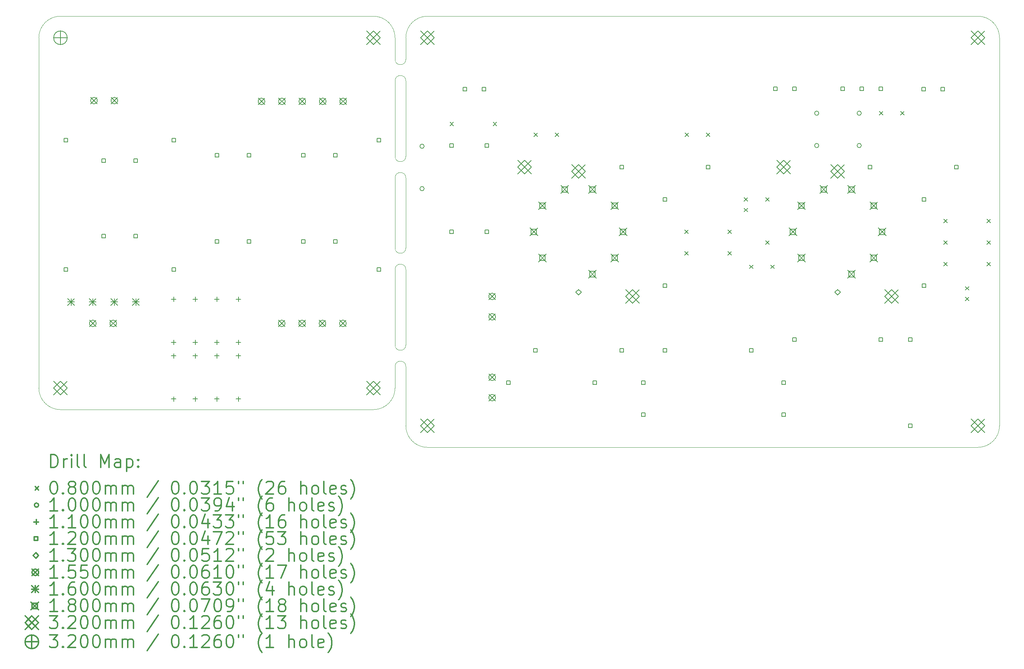
<source format=gbr>
%FSLAX45Y45*%
G04 Gerber Fmt 4.5, Leading zero omitted, Abs format (unit mm)*
G04 Created by KiCad (PCBNEW 5.1.12-84ad8e8a86~92~ubuntu20.04.1) date 2021-12-12 19:41:44*
%MOMM*%
%LPD*%
G01*
G04 APERTURE LIST*
%TA.AperFunction,Profile*%
%ADD10C,0.100000*%
%TD*%
%ADD11C,0.200000*%
%ADD12C,0.300000*%
G04 APERTURE END LIST*
D10*
X3302000Y-3810000D02*
X3302000Y-3302000D01*
X3048000Y-3810000D02*
X3048000Y-3302000D01*
X3302000Y-4318000D02*
X3302000Y-6096000D01*
X3048000Y-6096000D02*
X3048000Y-4318000D01*
X3302000Y-8255000D02*
X3302000Y-6604000D01*
X3048000Y-6604000D02*
X3048000Y-8255000D01*
X3302000Y-10541000D02*
X3302000Y-8763000D01*
X3048000Y-10541000D02*
X3048000Y-8763000D01*
X3302000Y-12446000D02*
X3302000Y-11049000D01*
X3048000Y-11557000D02*
X3048000Y-11049000D01*
X3048000Y-11049000D02*
G75*
G02*
X3302000Y-11049000I127000J0D01*
G01*
X3302000Y-10541000D02*
G75*
G02*
X3048000Y-10541000I-127000J0D01*
G01*
X3048000Y-8763000D02*
G75*
G02*
X3302000Y-8763000I127000J0D01*
G01*
X3302000Y-8255000D02*
G75*
G02*
X3048000Y-8255000I-127000J0D01*
G01*
X3048000Y-6604000D02*
G75*
G02*
X3302000Y-6604000I127000J0D01*
G01*
X3302000Y-6096000D02*
G75*
G02*
X3048000Y-6096000I-127000J0D01*
G01*
X3048000Y-4318000D02*
G75*
G02*
X3302000Y-4318000I127000J0D01*
G01*
X3302000Y-3810000D02*
G75*
G02*
X3048000Y-3810000I-127000J0D01*
G01*
X3048000Y-11557000D02*
G75*
G02*
X2540000Y-12065000I-508000J0D01*
G01*
X2540000Y-2794000D02*
G75*
G02*
X3048000Y-3302000I0J-508000D01*
G01*
X-5334000Y-3302000D02*
G75*
G02*
X-4826000Y-2794000I508000J0D01*
G01*
X-4826000Y-12065000D02*
G75*
G02*
X-5334000Y-11557000I0J508000D01*
G01*
X2540000Y-12065000D02*
X-4826000Y-12065000D01*
X-4826000Y-2794000D02*
X2540000Y-2794000D01*
X-5334000Y-11557000D02*
X-5334000Y-3302000D01*
X17272000Y-12446000D02*
G75*
G02*
X16764000Y-12954000I-508000J0D01*
G01*
X16764000Y-2794000D02*
G75*
G02*
X17272000Y-3302000I0J-508000D01*
G01*
X3810000Y-12954000D02*
G75*
G02*
X3302000Y-12446000I0J508000D01*
G01*
X3302000Y-3302000D02*
G75*
G02*
X3810000Y-2794000I508000J0D01*
G01*
X3810000Y-2794000D02*
X16764000Y-2794000D01*
X3302000Y-3302000D02*
X3302000Y-3302000D01*
X16764000Y-12954000D02*
X3810000Y-12954000D01*
X17272000Y-3302000D02*
X17272000Y-12446000D01*
D11*
X4341500Y-5294000D02*
X4421500Y-5374000D01*
X4421500Y-5294000D02*
X4341500Y-5374000D01*
X5357500Y-5294000D02*
X5437500Y-5374000D01*
X5437500Y-5294000D02*
X5357500Y-5374000D01*
X6318000Y-5548000D02*
X6398000Y-5628000D01*
X6398000Y-5548000D02*
X6318000Y-5628000D01*
X6818000Y-5548000D02*
X6898000Y-5628000D01*
X6898000Y-5548000D02*
X6818000Y-5628000D01*
X9866000Y-7834000D02*
X9946000Y-7914000D01*
X9946000Y-7834000D02*
X9866000Y-7914000D01*
X9866000Y-8342000D02*
X9946000Y-8422000D01*
X9946000Y-8342000D02*
X9866000Y-8422000D01*
X9874000Y-5548000D02*
X9954000Y-5628000D01*
X9954000Y-5548000D02*
X9874000Y-5628000D01*
X10374000Y-5548000D02*
X10454000Y-5628000D01*
X10454000Y-5548000D02*
X10374000Y-5628000D01*
X10882000Y-7834000D02*
X10962000Y-7914000D01*
X10962000Y-7834000D02*
X10882000Y-7914000D01*
X10882000Y-8342000D02*
X10962000Y-8422000D01*
X10962000Y-8342000D02*
X10882000Y-8422000D01*
X11263000Y-7072000D02*
X11343000Y-7152000D01*
X11343000Y-7072000D02*
X11263000Y-7152000D01*
X11263000Y-7322000D02*
X11343000Y-7402000D01*
X11343000Y-7322000D02*
X11263000Y-7402000D01*
X11390000Y-8659500D02*
X11470000Y-8739500D01*
X11470000Y-8659500D02*
X11390000Y-8739500D01*
X11771000Y-7072000D02*
X11851000Y-7152000D01*
X11851000Y-7072000D02*
X11771000Y-7152000D01*
X11771000Y-8088000D02*
X11851000Y-8168000D01*
X11851000Y-8088000D02*
X11771000Y-8168000D01*
X11890000Y-8659500D02*
X11970000Y-8739500D01*
X11970000Y-8659500D02*
X11890000Y-8739500D01*
X14446000Y-5040000D02*
X14526000Y-5120000D01*
X14526000Y-5040000D02*
X14446000Y-5120000D01*
X14946000Y-5040000D02*
X15026000Y-5120000D01*
X15026000Y-5040000D02*
X14946000Y-5120000D01*
X15962000Y-7580000D02*
X16042000Y-7660000D01*
X16042000Y-7580000D02*
X15962000Y-7660000D01*
X15962000Y-8088000D02*
X16042000Y-8168000D01*
X16042000Y-8088000D02*
X15962000Y-8168000D01*
X15962000Y-8596000D02*
X16042000Y-8676000D01*
X16042000Y-8596000D02*
X15962000Y-8676000D01*
X16470000Y-9167500D02*
X16550000Y-9247500D01*
X16550000Y-9167500D02*
X16470000Y-9247500D01*
X16470000Y-9417500D02*
X16550000Y-9497500D01*
X16550000Y-9417500D02*
X16470000Y-9497500D01*
X16978000Y-7580000D02*
X17058000Y-7660000D01*
X17058000Y-7580000D02*
X16978000Y-7660000D01*
X16978000Y-8088000D02*
X17058000Y-8168000D01*
X17058000Y-8088000D02*
X16978000Y-8168000D01*
X16978000Y-8596000D02*
X17058000Y-8676000D01*
X17058000Y-8596000D02*
X16978000Y-8676000D01*
X3733000Y-5858000D02*
G75*
G03*
X3733000Y-5858000I-50000J0D01*
G01*
X3733000Y-6858000D02*
G75*
G03*
X3733000Y-6858000I-50000J0D01*
G01*
X13020000Y-5080000D02*
G75*
G03*
X13020000Y-5080000I-50000J0D01*
G01*
X13020000Y-5842000D02*
G75*
G03*
X13020000Y-5842000I-50000J0D01*
G01*
X14020000Y-5080000D02*
G75*
G03*
X14020000Y-5080000I-50000J0D01*
G01*
X14020000Y-5842000D02*
G75*
G03*
X14020000Y-5842000I-50000J0D01*
G01*
X-2159000Y-9406500D02*
X-2159000Y-9516500D01*
X-2214000Y-9461500D02*
X-2104000Y-9461500D01*
X-2159000Y-10422500D02*
X-2159000Y-10532500D01*
X-2214000Y-10477500D02*
X-2104000Y-10477500D01*
X-2159000Y-10740000D02*
X-2159000Y-10850000D01*
X-2214000Y-10795000D02*
X-2104000Y-10795000D01*
X-2159000Y-11756000D02*
X-2159000Y-11866000D01*
X-2214000Y-11811000D02*
X-2104000Y-11811000D01*
X-1651000Y-9406500D02*
X-1651000Y-9516500D01*
X-1706000Y-9461500D02*
X-1596000Y-9461500D01*
X-1651000Y-10422500D02*
X-1651000Y-10532500D01*
X-1706000Y-10477500D02*
X-1596000Y-10477500D01*
X-1651000Y-10740000D02*
X-1651000Y-10850000D01*
X-1706000Y-10795000D02*
X-1596000Y-10795000D01*
X-1651000Y-11756000D02*
X-1651000Y-11866000D01*
X-1706000Y-11811000D02*
X-1596000Y-11811000D01*
X-1143000Y-9406500D02*
X-1143000Y-9516500D01*
X-1198000Y-9461500D02*
X-1088000Y-9461500D01*
X-1143000Y-10422500D02*
X-1143000Y-10532500D01*
X-1198000Y-10477500D02*
X-1088000Y-10477500D01*
X-1143000Y-10740000D02*
X-1143000Y-10850000D01*
X-1198000Y-10795000D02*
X-1088000Y-10795000D01*
X-1143000Y-11756000D02*
X-1143000Y-11866000D01*
X-1198000Y-11811000D02*
X-1088000Y-11811000D01*
X-635000Y-9406500D02*
X-635000Y-9516500D01*
X-690000Y-9461500D02*
X-580000Y-9461500D01*
X-635000Y-10422500D02*
X-635000Y-10532500D01*
X-690000Y-10477500D02*
X-580000Y-10477500D01*
X-635000Y-10740000D02*
X-635000Y-10850000D01*
X-690000Y-10795000D02*
X-580000Y-10795000D01*
X-635000Y-11756000D02*
X-635000Y-11866000D01*
X-690000Y-11811000D02*
X-580000Y-11811000D01*
X-4656573Y-5757427D02*
X-4656573Y-5672573D01*
X-4741427Y-5672573D01*
X-4741427Y-5757427D01*
X-4656573Y-5757427D01*
X-4656573Y-8805427D02*
X-4656573Y-8720573D01*
X-4741427Y-8720573D01*
X-4741427Y-8805427D01*
X-4656573Y-8805427D01*
X-3767573Y-6240027D02*
X-3767573Y-6155173D01*
X-3852427Y-6155173D01*
X-3852427Y-6240027D01*
X-3767573Y-6240027D01*
X-3767573Y-8018027D02*
X-3767573Y-7933173D01*
X-3852427Y-7933173D01*
X-3852427Y-8018027D01*
X-3767573Y-8018027D01*
X-3017573Y-6240027D02*
X-3017573Y-6155173D01*
X-3102427Y-6155173D01*
X-3102427Y-6240027D01*
X-3017573Y-6240027D01*
X-3017573Y-8018027D02*
X-3017573Y-7933173D01*
X-3102427Y-7933173D01*
X-3102427Y-8018027D01*
X-3017573Y-8018027D01*
X-2116573Y-5757427D02*
X-2116573Y-5672573D01*
X-2201427Y-5672573D01*
X-2201427Y-5757427D01*
X-2116573Y-5757427D01*
X-2116573Y-8805427D02*
X-2116573Y-8720573D01*
X-2201427Y-8720573D01*
X-2201427Y-8805427D01*
X-2116573Y-8805427D01*
X-1100573Y-6113027D02*
X-1100573Y-6028173D01*
X-1185427Y-6028173D01*
X-1185427Y-6113027D01*
X-1100573Y-6113027D01*
X-1100573Y-8145027D02*
X-1100573Y-8060173D01*
X-1185427Y-8060173D01*
X-1185427Y-8145027D01*
X-1100573Y-8145027D01*
X-350573Y-6113027D02*
X-350573Y-6028173D01*
X-435427Y-6028173D01*
X-435427Y-6113027D01*
X-350573Y-6113027D01*
X-350573Y-8145027D02*
X-350573Y-8060173D01*
X-435427Y-8060173D01*
X-435427Y-8145027D01*
X-350573Y-8145027D01*
X931427Y-6113027D02*
X931427Y-6028173D01*
X846573Y-6028173D01*
X846573Y-6113027D01*
X931427Y-6113027D01*
X931427Y-8145027D02*
X931427Y-8060173D01*
X846573Y-8060173D01*
X846573Y-8145027D01*
X931427Y-8145027D01*
X1681427Y-6113027D02*
X1681427Y-6028173D01*
X1596573Y-6028173D01*
X1596573Y-6113027D01*
X1681427Y-6113027D01*
X1681427Y-8145027D02*
X1681427Y-8060173D01*
X1596573Y-8060173D01*
X1596573Y-8145027D01*
X1681427Y-8145027D01*
X2709427Y-5757427D02*
X2709427Y-5672573D01*
X2624573Y-5672573D01*
X2624573Y-5757427D01*
X2709427Y-5757427D01*
X2709427Y-8805427D02*
X2709427Y-8720573D01*
X2624573Y-8720573D01*
X2624573Y-8805427D01*
X2709427Y-8805427D01*
X4423927Y-5884427D02*
X4423927Y-5799573D01*
X4339073Y-5799573D01*
X4339073Y-5884427D01*
X4423927Y-5884427D01*
X4423927Y-7916427D02*
X4423927Y-7831573D01*
X4339073Y-7831573D01*
X4339073Y-7916427D01*
X4423927Y-7916427D01*
X4735927Y-4550927D02*
X4735927Y-4466073D01*
X4651073Y-4466073D01*
X4651073Y-4550927D01*
X4735927Y-4550927D01*
X5185927Y-4550927D02*
X5185927Y-4466073D01*
X5101073Y-4466073D01*
X5101073Y-4550927D01*
X5185927Y-4550927D01*
X5249427Y-5884427D02*
X5249427Y-5799573D01*
X5164573Y-5799573D01*
X5164573Y-5884427D01*
X5249427Y-5884427D01*
X5249427Y-7916427D02*
X5249427Y-7831573D01*
X5164573Y-7831573D01*
X5164573Y-7916427D01*
X5249427Y-7916427D01*
X5757427Y-11472427D02*
X5757427Y-11387573D01*
X5672573Y-11387573D01*
X5672573Y-11472427D01*
X5757427Y-11472427D01*
X6392427Y-10710427D02*
X6392427Y-10625573D01*
X6307573Y-10625573D01*
X6307573Y-10710427D01*
X6392427Y-10710427D01*
X7789427Y-11472427D02*
X7789427Y-11387573D01*
X7704573Y-11387573D01*
X7704573Y-11472427D01*
X7789427Y-11472427D01*
X8424427Y-6392427D02*
X8424427Y-6307573D01*
X8339573Y-6307573D01*
X8339573Y-6392427D01*
X8424427Y-6392427D01*
X8424427Y-10710427D02*
X8424427Y-10625573D01*
X8339573Y-10625573D01*
X8339573Y-10710427D01*
X8424427Y-10710427D01*
X8932427Y-11472427D02*
X8932427Y-11387573D01*
X8847573Y-11387573D01*
X8847573Y-11472427D01*
X8932427Y-11472427D01*
X8932427Y-12222427D02*
X8932427Y-12137573D01*
X8847573Y-12137573D01*
X8847573Y-12222427D01*
X8932427Y-12222427D01*
X9440427Y-7154427D02*
X9440427Y-7069573D01*
X9355573Y-7069573D01*
X9355573Y-7154427D01*
X9440427Y-7154427D01*
X9440427Y-9186427D02*
X9440427Y-9101573D01*
X9355573Y-9101573D01*
X9355573Y-9186427D01*
X9440427Y-9186427D01*
X9440427Y-10710427D02*
X9440427Y-10625573D01*
X9355573Y-10625573D01*
X9355573Y-10710427D01*
X9440427Y-10710427D01*
X10456427Y-6392427D02*
X10456427Y-6307573D01*
X10371573Y-6307573D01*
X10371573Y-6392427D01*
X10456427Y-6392427D01*
X11472427Y-10710427D02*
X11472427Y-10625573D01*
X11387573Y-10625573D01*
X11387573Y-10710427D01*
X11472427Y-10710427D01*
X12038427Y-4544427D02*
X12038427Y-4459573D01*
X11953573Y-4459573D01*
X11953573Y-4544427D01*
X12038427Y-4544427D01*
X12234427Y-11472427D02*
X12234427Y-11387573D01*
X12149573Y-11387573D01*
X12149573Y-11472427D01*
X12234427Y-11472427D01*
X12234427Y-12222427D02*
X12234427Y-12137573D01*
X12149573Y-12137573D01*
X12149573Y-12222427D01*
X12234427Y-12222427D01*
X12488427Y-4544427D02*
X12488427Y-4459573D01*
X12403573Y-4459573D01*
X12403573Y-4544427D01*
X12488427Y-4544427D01*
X12488427Y-10456427D02*
X12488427Y-10371573D01*
X12403573Y-10371573D01*
X12403573Y-10456427D01*
X12488427Y-10456427D01*
X13620427Y-4544427D02*
X13620427Y-4459573D01*
X13535573Y-4459573D01*
X13535573Y-4544427D01*
X13620427Y-4544427D01*
X14070427Y-4544427D02*
X14070427Y-4459573D01*
X13985573Y-4459573D01*
X13985573Y-4544427D01*
X14070427Y-4544427D01*
X14266427Y-6392427D02*
X14266427Y-6307573D01*
X14181573Y-6307573D01*
X14181573Y-6392427D01*
X14266427Y-6392427D01*
X14520427Y-4544427D02*
X14520427Y-4459573D01*
X14435573Y-4459573D01*
X14435573Y-4544427D01*
X14520427Y-4544427D01*
X14520427Y-10456427D02*
X14520427Y-10371573D01*
X14435573Y-10371573D01*
X14435573Y-10456427D01*
X14520427Y-10456427D01*
X15218927Y-10456427D02*
X15218927Y-10371573D01*
X15134073Y-10371573D01*
X15134073Y-10456427D01*
X15218927Y-10456427D01*
X15218927Y-12488427D02*
X15218927Y-12403573D01*
X15134073Y-12403573D01*
X15134073Y-12488427D01*
X15218927Y-12488427D01*
X15530927Y-4550927D02*
X15530927Y-4466073D01*
X15446073Y-4466073D01*
X15446073Y-4550927D01*
X15530927Y-4550927D01*
X15536427Y-7154427D02*
X15536427Y-7069573D01*
X15451573Y-7069573D01*
X15451573Y-7154427D01*
X15536427Y-7154427D01*
X15536427Y-9186427D02*
X15536427Y-9101573D01*
X15451573Y-9101573D01*
X15451573Y-9186427D01*
X15536427Y-9186427D01*
X15980927Y-4550927D02*
X15980927Y-4466073D01*
X15896073Y-4466073D01*
X15896073Y-4550927D01*
X15980927Y-4550927D01*
X16298427Y-6392427D02*
X16298427Y-6307573D01*
X16213573Y-6307573D01*
X16213573Y-6392427D01*
X16298427Y-6392427D01*
X7366000Y-9364000D02*
X7431000Y-9299000D01*
X7366000Y-9234000D01*
X7301000Y-9299000D01*
X7366000Y-9364000D01*
X13462000Y-9364000D02*
X13527000Y-9299000D01*
X13462000Y-9234000D01*
X13397000Y-9299000D01*
X13462000Y-9364000D01*
X-4141500Y-9955500D02*
X-3986500Y-10110500D01*
X-3986500Y-9955500D02*
X-4141500Y-10110500D01*
X-3986500Y-10033000D02*
G75*
G03*
X-3986500Y-10033000I-77500J0D01*
G01*
X-4113500Y-4706100D02*
X-3958500Y-4861100D01*
X-3958500Y-4706100D02*
X-4113500Y-4861100D01*
X-3958500Y-4783600D02*
G75*
G03*
X-3958500Y-4783600I-77500J0D01*
G01*
X-3661500Y-9955500D02*
X-3506500Y-10110500D01*
X-3506500Y-9955500D02*
X-3661500Y-10110500D01*
X-3506500Y-10033000D02*
G75*
G03*
X-3506500Y-10033000I-77500J0D01*
G01*
X-3633500Y-4706100D02*
X-3478500Y-4861100D01*
X-3478500Y-4706100D02*
X-3633500Y-4861100D01*
X-3478500Y-4783600D02*
G75*
G03*
X-3478500Y-4783600I-77500J0D01*
G01*
X-171300Y-4723100D02*
X-16300Y-4878100D01*
X-16300Y-4723100D02*
X-171300Y-4878100D01*
X-16300Y-4800600D02*
G75*
G03*
X-16300Y-4800600I-77500J0D01*
G01*
X303500Y-9955500D02*
X458500Y-10110500D01*
X458500Y-9955500D02*
X303500Y-10110500D01*
X458500Y-10033000D02*
G75*
G03*
X458500Y-10033000I-77500J0D01*
G01*
X308700Y-4723100D02*
X463700Y-4878100D01*
X463700Y-4723100D02*
X308700Y-4878100D01*
X463700Y-4800600D02*
G75*
G03*
X463700Y-4800600I-77500J0D01*
G01*
X783500Y-9955500D02*
X938500Y-10110500D01*
X938500Y-9955500D02*
X783500Y-10110500D01*
X938500Y-10033000D02*
G75*
G03*
X938500Y-10033000I-77500J0D01*
G01*
X788700Y-4723100D02*
X943700Y-4878100D01*
X943700Y-4723100D02*
X788700Y-4878100D01*
X943700Y-4800600D02*
G75*
G03*
X943700Y-4800600I-77500J0D01*
G01*
X1263500Y-9955500D02*
X1418500Y-10110500D01*
X1418500Y-9955500D02*
X1263500Y-10110500D01*
X1418500Y-10033000D02*
G75*
G03*
X1418500Y-10033000I-77500J0D01*
G01*
X1268700Y-4723100D02*
X1423700Y-4878100D01*
X1423700Y-4723100D02*
X1268700Y-4878100D01*
X1423700Y-4800600D02*
G75*
G03*
X1423700Y-4800600I-77500J0D01*
G01*
X1743500Y-9955500D02*
X1898500Y-10110500D01*
X1898500Y-9955500D02*
X1743500Y-10110500D01*
X1898500Y-10033000D02*
G75*
G03*
X1898500Y-10033000I-77500J0D01*
G01*
X1748700Y-4723100D02*
X1903700Y-4878100D01*
X1903700Y-4723100D02*
X1748700Y-4878100D01*
X1903700Y-4800600D02*
G75*
G03*
X1903700Y-4800600I-77500J0D01*
G01*
X5256500Y-9320500D02*
X5411500Y-9475500D01*
X5411500Y-9320500D02*
X5256500Y-9475500D01*
X5411500Y-9398000D02*
G75*
G03*
X5411500Y-9398000I-77500J0D01*
G01*
X5256500Y-9800500D02*
X5411500Y-9955500D01*
X5411500Y-9800500D02*
X5256500Y-9955500D01*
X5411500Y-9878000D02*
G75*
G03*
X5411500Y-9878000I-77500J0D01*
G01*
X5256500Y-11225500D02*
X5411500Y-11380500D01*
X5411500Y-11225500D02*
X5256500Y-11380500D01*
X5411500Y-11303000D02*
G75*
G03*
X5411500Y-11303000I-77500J0D01*
G01*
X5256500Y-11705500D02*
X5411500Y-11860500D01*
X5411500Y-11705500D02*
X5256500Y-11860500D01*
X5411500Y-11783000D02*
G75*
G03*
X5411500Y-11783000I-77500J0D01*
G01*
X-4652000Y-9445000D02*
X-4492000Y-9605000D01*
X-4492000Y-9445000D02*
X-4652000Y-9605000D01*
X-4572000Y-9445000D02*
X-4572000Y-9605000D01*
X-4652000Y-9525000D02*
X-4492000Y-9525000D01*
X-4144000Y-9445000D02*
X-3984000Y-9605000D01*
X-3984000Y-9445000D02*
X-4144000Y-9605000D01*
X-4064000Y-9445000D02*
X-4064000Y-9605000D01*
X-4144000Y-9525000D02*
X-3984000Y-9525000D01*
X-3636000Y-9445000D02*
X-3476000Y-9605000D01*
X-3476000Y-9445000D02*
X-3636000Y-9605000D01*
X-3556000Y-9445000D02*
X-3556000Y-9605000D01*
X-3636000Y-9525000D02*
X-3476000Y-9525000D01*
X-3128000Y-9445000D02*
X-2968000Y-9605000D01*
X-2968000Y-9445000D02*
X-3128000Y-9605000D01*
X-3048000Y-9445000D02*
X-3048000Y-9605000D01*
X-3128000Y-9525000D02*
X-2968000Y-9525000D01*
X6226000Y-7784000D02*
X6406000Y-7964000D01*
X6406000Y-7784000D02*
X6226000Y-7964000D01*
X6379640Y-7937640D02*
X6379640Y-7810360D01*
X6252360Y-7810360D01*
X6252360Y-7937640D01*
X6379640Y-7937640D01*
X6426532Y-7166825D02*
X6606532Y-7346825D01*
X6606532Y-7166825D02*
X6426532Y-7346825D01*
X6580172Y-7320466D02*
X6580172Y-7193185D01*
X6452892Y-7193185D01*
X6452892Y-7320466D01*
X6580172Y-7320466D01*
X6426532Y-8401175D02*
X6606532Y-8581175D01*
X6606532Y-8401175D02*
X6426532Y-8581175D01*
X6580172Y-8554815D02*
X6580172Y-8427534D01*
X6452892Y-8427534D01*
X6452892Y-8554815D01*
X6580172Y-8554815D01*
X6951532Y-6785391D02*
X7131532Y-6965391D01*
X7131532Y-6785391D02*
X6951532Y-6965391D01*
X7105172Y-6939031D02*
X7105172Y-6811750D01*
X6977892Y-6811750D01*
X6977892Y-6939031D01*
X7105172Y-6939031D01*
X7600468Y-6785391D02*
X7780468Y-6965391D01*
X7780468Y-6785391D02*
X7600468Y-6965391D01*
X7754108Y-6939031D02*
X7754108Y-6811750D01*
X7626828Y-6811750D01*
X7626828Y-6939031D01*
X7754108Y-6939031D01*
X7600468Y-8782609D02*
X7780468Y-8962609D01*
X7780468Y-8782609D02*
X7600468Y-8962609D01*
X7754108Y-8936250D02*
X7754108Y-8808969D01*
X7626828Y-8808969D01*
X7626828Y-8936250D01*
X7754108Y-8936250D01*
X8125468Y-7166825D02*
X8305468Y-7346825D01*
X8305468Y-7166825D02*
X8125468Y-7346825D01*
X8279108Y-7320466D02*
X8279108Y-7193185D01*
X8151828Y-7193185D01*
X8151828Y-7320466D01*
X8279108Y-7320466D01*
X8125468Y-8401175D02*
X8305468Y-8581175D01*
X8305468Y-8401175D02*
X8125468Y-8581175D01*
X8279108Y-8554815D02*
X8279108Y-8427534D01*
X8151828Y-8427534D01*
X8151828Y-8554815D01*
X8279108Y-8554815D01*
X8326000Y-7784000D02*
X8506000Y-7964000D01*
X8506000Y-7784000D02*
X8326000Y-7964000D01*
X8479640Y-7937640D02*
X8479640Y-7810360D01*
X8352360Y-7810360D01*
X8352360Y-7937640D01*
X8479640Y-7937640D01*
X12322000Y-7784000D02*
X12502000Y-7964000D01*
X12502000Y-7784000D02*
X12322000Y-7964000D01*
X12475640Y-7937640D02*
X12475640Y-7810360D01*
X12348360Y-7810360D01*
X12348360Y-7937640D01*
X12475640Y-7937640D01*
X12522532Y-7166825D02*
X12702532Y-7346825D01*
X12702532Y-7166825D02*
X12522532Y-7346825D01*
X12676172Y-7320466D02*
X12676172Y-7193185D01*
X12548892Y-7193185D01*
X12548892Y-7320466D01*
X12676172Y-7320466D01*
X12522532Y-8401175D02*
X12702532Y-8581175D01*
X12702532Y-8401175D02*
X12522532Y-8581175D01*
X12676172Y-8554815D02*
X12676172Y-8427534D01*
X12548892Y-8427534D01*
X12548892Y-8554815D01*
X12676172Y-8554815D01*
X13047532Y-6785391D02*
X13227532Y-6965391D01*
X13227532Y-6785391D02*
X13047532Y-6965391D01*
X13201172Y-6939031D02*
X13201172Y-6811750D01*
X13073892Y-6811750D01*
X13073892Y-6939031D01*
X13201172Y-6939031D01*
X13696468Y-6785391D02*
X13876468Y-6965391D01*
X13876468Y-6785391D02*
X13696468Y-6965391D01*
X13850108Y-6939031D02*
X13850108Y-6811750D01*
X13722828Y-6811750D01*
X13722828Y-6939031D01*
X13850108Y-6939031D01*
X13696468Y-8782609D02*
X13876468Y-8962609D01*
X13876468Y-8782609D02*
X13696468Y-8962609D01*
X13850108Y-8936250D02*
X13850108Y-8808969D01*
X13722828Y-8808969D01*
X13722828Y-8936250D01*
X13850108Y-8936250D01*
X14221468Y-7166825D02*
X14401468Y-7346825D01*
X14401468Y-7166825D02*
X14221468Y-7346825D01*
X14375108Y-7320466D02*
X14375108Y-7193185D01*
X14247828Y-7193185D01*
X14247828Y-7320466D01*
X14375108Y-7320466D01*
X14221468Y-8401175D02*
X14401468Y-8581175D01*
X14401468Y-8401175D02*
X14221468Y-8581175D01*
X14375108Y-8554815D02*
X14375108Y-8427534D01*
X14247828Y-8427534D01*
X14247828Y-8554815D01*
X14375108Y-8554815D01*
X14422000Y-7784000D02*
X14602000Y-7964000D01*
X14602000Y-7784000D02*
X14422000Y-7964000D01*
X14575640Y-7937640D02*
X14575640Y-7810360D01*
X14448360Y-7810360D01*
X14448360Y-7937640D01*
X14575640Y-7937640D01*
X-4986000Y-11397000D02*
X-4666000Y-11717000D01*
X-4666000Y-11397000D02*
X-4986000Y-11717000D01*
X-4826000Y-11717000D02*
X-4666000Y-11557000D01*
X-4826000Y-11397000D01*
X-4986000Y-11557000D01*
X-4826000Y-11717000D01*
X2380000Y-3142000D02*
X2700000Y-3462000D01*
X2700000Y-3142000D02*
X2380000Y-3462000D01*
X2540000Y-3462000D02*
X2700000Y-3302000D01*
X2540000Y-3142000D01*
X2380000Y-3302000D01*
X2540000Y-3462000D01*
X2380000Y-11397000D02*
X2700000Y-11717000D01*
X2700000Y-11397000D02*
X2380000Y-11717000D01*
X2540000Y-11717000D02*
X2700000Y-11557000D01*
X2540000Y-11397000D01*
X2380000Y-11557000D01*
X2540000Y-11717000D01*
X3650000Y-3142000D02*
X3970000Y-3462000D01*
X3970000Y-3142000D02*
X3650000Y-3462000D01*
X3810000Y-3462000D02*
X3970000Y-3302000D01*
X3810000Y-3142000D01*
X3650000Y-3302000D01*
X3810000Y-3462000D01*
X3650000Y-12286000D02*
X3970000Y-12606000D01*
X3970000Y-12286000D02*
X3650000Y-12606000D01*
X3810000Y-12606000D02*
X3970000Y-12446000D01*
X3810000Y-12286000D01*
X3650000Y-12446000D01*
X3810000Y-12606000D01*
X5936000Y-6190000D02*
X6256000Y-6510000D01*
X6256000Y-6190000D02*
X5936000Y-6510000D01*
X6096000Y-6510000D02*
X6256000Y-6350000D01*
X6096000Y-6190000D01*
X5936000Y-6350000D01*
X6096000Y-6510000D01*
X7206000Y-6289000D02*
X7526000Y-6609000D01*
X7526000Y-6289000D02*
X7206000Y-6609000D01*
X7366000Y-6609000D02*
X7526000Y-6449000D01*
X7366000Y-6289000D01*
X7206000Y-6449000D01*
X7366000Y-6609000D01*
X8476000Y-9238000D02*
X8796000Y-9558000D01*
X8796000Y-9238000D02*
X8476000Y-9558000D01*
X8636000Y-9558000D02*
X8796000Y-9398000D01*
X8636000Y-9238000D01*
X8476000Y-9398000D01*
X8636000Y-9558000D01*
X12032000Y-6190000D02*
X12352000Y-6510000D01*
X12352000Y-6190000D02*
X12032000Y-6510000D01*
X12192000Y-6510000D02*
X12352000Y-6350000D01*
X12192000Y-6190000D01*
X12032000Y-6350000D01*
X12192000Y-6510000D01*
X13302000Y-6289000D02*
X13622000Y-6609000D01*
X13622000Y-6289000D02*
X13302000Y-6609000D01*
X13462000Y-6609000D02*
X13622000Y-6449000D01*
X13462000Y-6289000D01*
X13302000Y-6449000D01*
X13462000Y-6609000D01*
X14572000Y-9238000D02*
X14892000Y-9558000D01*
X14892000Y-9238000D02*
X14572000Y-9558000D01*
X14732000Y-9558000D02*
X14892000Y-9398000D01*
X14732000Y-9238000D01*
X14572000Y-9398000D01*
X14732000Y-9558000D01*
X16604000Y-3142000D02*
X16924000Y-3462000D01*
X16924000Y-3142000D02*
X16604000Y-3462000D01*
X16764000Y-3462000D02*
X16924000Y-3302000D01*
X16764000Y-3142000D01*
X16604000Y-3302000D01*
X16764000Y-3462000D01*
X16604000Y-12286000D02*
X16924000Y-12606000D01*
X16924000Y-12286000D02*
X16604000Y-12606000D01*
X16764000Y-12606000D02*
X16924000Y-12446000D01*
X16764000Y-12286000D01*
X16604000Y-12446000D01*
X16764000Y-12606000D01*
X-4826000Y-3142000D02*
X-4826000Y-3462000D01*
X-4986000Y-3302000D02*
X-4666000Y-3302000D01*
X-4666000Y-3302000D02*
G75*
G03*
X-4666000Y-3302000I-160000J0D01*
G01*
D12*
X-5052572Y-13424714D02*
X-5052572Y-13124714D01*
X-4981143Y-13124714D01*
X-4938286Y-13139000D01*
X-4909714Y-13167571D01*
X-4895429Y-13196143D01*
X-4881143Y-13253286D01*
X-4881143Y-13296143D01*
X-4895429Y-13353286D01*
X-4909714Y-13381857D01*
X-4938286Y-13410429D01*
X-4981143Y-13424714D01*
X-5052572Y-13424714D01*
X-4752572Y-13424714D02*
X-4752572Y-13224714D01*
X-4752572Y-13281857D02*
X-4738286Y-13253286D01*
X-4724000Y-13239000D01*
X-4695429Y-13224714D01*
X-4666857Y-13224714D01*
X-4566857Y-13424714D02*
X-4566857Y-13224714D01*
X-4566857Y-13124714D02*
X-4581143Y-13139000D01*
X-4566857Y-13153286D01*
X-4552572Y-13139000D01*
X-4566857Y-13124714D01*
X-4566857Y-13153286D01*
X-4381143Y-13424714D02*
X-4409714Y-13410429D01*
X-4424000Y-13381857D01*
X-4424000Y-13124714D01*
X-4224000Y-13424714D02*
X-4252572Y-13410429D01*
X-4266857Y-13381857D01*
X-4266857Y-13124714D01*
X-3881143Y-13424714D02*
X-3881143Y-13124714D01*
X-3781143Y-13339000D01*
X-3681143Y-13124714D01*
X-3681143Y-13424714D01*
X-3409714Y-13424714D02*
X-3409714Y-13267571D01*
X-3424000Y-13239000D01*
X-3452571Y-13224714D01*
X-3509714Y-13224714D01*
X-3538286Y-13239000D01*
X-3409714Y-13410429D02*
X-3438286Y-13424714D01*
X-3509714Y-13424714D01*
X-3538286Y-13410429D01*
X-3552571Y-13381857D01*
X-3552571Y-13353286D01*
X-3538286Y-13324714D01*
X-3509714Y-13310429D01*
X-3438286Y-13310429D01*
X-3409714Y-13296143D01*
X-3266857Y-13224714D02*
X-3266857Y-13524714D01*
X-3266857Y-13239000D02*
X-3238286Y-13224714D01*
X-3181143Y-13224714D01*
X-3152571Y-13239000D01*
X-3138286Y-13253286D01*
X-3124000Y-13281857D01*
X-3124000Y-13367571D01*
X-3138286Y-13396143D01*
X-3152571Y-13410429D01*
X-3181143Y-13424714D01*
X-3238286Y-13424714D01*
X-3266857Y-13410429D01*
X-2995429Y-13396143D02*
X-2981143Y-13410429D01*
X-2995429Y-13424714D01*
X-3009714Y-13410429D01*
X-2995429Y-13396143D01*
X-2995429Y-13424714D01*
X-2995429Y-13239000D02*
X-2981143Y-13253286D01*
X-2995429Y-13267571D01*
X-3009714Y-13253286D01*
X-2995429Y-13239000D01*
X-2995429Y-13267571D01*
X-5419000Y-13879000D02*
X-5339000Y-13959000D01*
X-5339000Y-13879000D02*
X-5419000Y-13959000D01*
X-4995429Y-13754714D02*
X-4966857Y-13754714D01*
X-4938286Y-13769000D01*
X-4924000Y-13783286D01*
X-4909714Y-13811857D01*
X-4895429Y-13869000D01*
X-4895429Y-13940429D01*
X-4909714Y-13997571D01*
X-4924000Y-14026143D01*
X-4938286Y-14040429D01*
X-4966857Y-14054714D01*
X-4995429Y-14054714D01*
X-5024000Y-14040429D01*
X-5038286Y-14026143D01*
X-5052572Y-13997571D01*
X-5066857Y-13940429D01*
X-5066857Y-13869000D01*
X-5052572Y-13811857D01*
X-5038286Y-13783286D01*
X-5024000Y-13769000D01*
X-4995429Y-13754714D01*
X-4766857Y-14026143D02*
X-4752572Y-14040429D01*
X-4766857Y-14054714D01*
X-4781143Y-14040429D01*
X-4766857Y-14026143D01*
X-4766857Y-14054714D01*
X-4581143Y-13883286D02*
X-4609714Y-13869000D01*
X-4624000Y-13854714D01*
X-4638286Y-13826143D01*
X-4638286Y-13811857D01*
X-4624000Y-13783286D01*
X-4609714Y-13769000D01*
X-4581143Y-13754714D01*
X-4524000Y-13754714D01*
X-4495429Y-13769000D01*
X-4481143Y-13783286D01*
X-4466857Y-13811857D01*
X-4466857Y-13826143D01*
X-4481143Y-13854714D01*
X-4495429Y-13869000D01*
X-4524000Y-13883286D01*
X-4581143Y-13883286D01*
X-4609714Y-13897571D01*
X-4624000Y-13911857D01*
X-4638286Y-13940429D01*
X-4638286Y-13997571D01*
X-4624000Y-14026143D01*
X-4609714Y-14040429D01*
X-4581143Y-14054714D01*
X-4524000Y-14054714D01*
X-4495429Y-14040429D01*
X-4481143Y-14026143D01*
X-4466857Y-13997571D01*
X-4466857Y-13940429D01*
X-4481143Y-13911857D01*
X-4495429Y-13897571D01*
X-4524000Y-13883286D01*
X-4281143Y-13754714D02*
X-4252572Y-13754714D01*
X-4224000Y-13769000D01*
X-4209714Y-13783286D01*
X-4195429Y-13811857D01*
X-4181143Y-13869000D01*
X-4181143Y-13940429D01*
X-4195429Y-13997571D01*
X-4209714Y-14026143D01*
X-4224000Y-14040429D01*
X-4252572Y-14054714D01*
X-4281143Y-14054714D01*
X-4309714Y-14040429D01*
X-4324000Y-14026143D01*
X-4338286Y-13997571D01*
X-4352572Y-13940429D01*
X-4352572Y-13869000D01*
X-4338286Y-13811857D01*
X-4324000Y-13783286D01*
X-4309714Y-13769000D01*
X-4281143Y-13754714D01*
X-3995429Y-13754714D02*
X-3966857Y-13754714D01*
X-3938286Y-13769000D01*
X-3924000Y-13783286D01*
X-3909714Y-13811857D01*
X-3895429Y-13869000D01*
X-3895429Y-13940429D01*
X-3909714Y-13997571D01*
X-3924000Y-14026143D01*
X-3938286Y-14040429D01*
X-3966857Y-14054714D01*
X-3995429Y-14054714D01*
X-4024000Y-14040429D01*
X-4038286Y-14026143D01*
X-4052571Y-13997571D01*
X-4066857Y-13940429D01*
X-4066857Y-13869000D01*
X-4052571Y-13811857D01*
X-4038286Y-13783286D01*
X-4024000Y-13769000D01*
X-3995429Y-13754714D01*
X-3766857Y-14054714D02*
X-3766857Y-13854714D01*
X-3766857Y-13883286D02*
X-3752571Y-13869000D01*
X-3724000Y-13854714D01*
X-3681143Y-13854714D01*
X-3652571Y-13869000D01*
X-3638286Y-13897571D01*
X-3638286Y-14054714D01*
X-3638286Y-13897571D02*
X-3624000Y-13869000D01*
X-3595429Y-13854714D01*
X-3552571Y-13854714D01*
X-3524000Y-13869000D01*
X-3509714Y-13897571D01*
X-3509714Y-14054714D01*
X-3366857Y-14054714D02*
X-3366857Y-13854714D01*
X-3366857Y-13883286D02*
X-3352571Y-13869000D01*
X-3324000Y-13854714D01*
X-3281143Y-13854714D01*
X-3252571Y-13869000D01*
X-3238286Y-13897571D01*
X-3238286Y-14054714D01*
X-3238286Y-13897571D02*
X-3224000Y-13869000D01*
X-3195429Y-13854714D01*
X-3152571Y-13854714D01*
X-3124000Y-13869000D01*
X-3109714Y-13897571D01*
X-3109714Y-14054714D01*
X-2524000Y-13740429D02*
X-2781143Y-14126143D01*
X-2138286Y-13754714D02*
X-2109714Y-13754714D01*
X-2081143Y-13769000D01*
X-2066857Y-13783286D01*
X-2052571Y-13811857D01*
X-2038286Y-13869000D01*
X-2038286Y-13940429D01*
X-2052571Y-13997571D01*
X-2066857Y-14026143D01*
X-2081143Y-14040429D01*
X-2109714Y-14054714D01*
X-2138286Y-14054714D01*
X-2166857Y-14040429D01*
X-2181143Y-14026143D01*
X-2195429Y-13997571D01*
X-2209714Y-13940429D01*
X-2209714Y-13869000D01*
X-2195429Y-13811857D01*
X-2181143Y-13783286D01*
X-2166857Y-13769000D01*
X-2138286Y-13754714D01*
X-1909714Y-14026143D02*
X-1895429Y-14040429D01*
X-1909714Y-14054714D01*
X-1924000Y-14040429D01*
X-1909714Y-14026143D01*
X-1909714Y-14054714D01*
X-1709714Y-13754714D02*
X-1681143Y-13754714D01*
X-1652571Y-13769000D01*
X-1638286Y-13783286D01*
X-1624000Y-13811857D01*
X-1609714Y-13869000D01*
X-1609714Y-13940429D01*
X-1624000Y-13997571D01*
X-1638286Y-14026143D01*
X-1652571Y-14040429D01*
X-1681143Y-14054714D01*
X-1709714Y-14054714D01*
X-1738286Y-14040429D01*
X-1752571Y-14026143D01*
X-1766857Y-13997571D01*
X-1781143Y-13940429D01*
X-1781143Y-13869000D01*
X-1766857Y-13811857D01*
X-1752571Y-13783286D01*
X-1738286Y-13769000D01*
X-1709714Y-13754714D01*
X-1509714Y-13754714D02*
X-1324000Y-13754714D01*
X-1424000Y-13869000D01*
X-1381143Y-13869000D01*
X-1352572Y-13883286D01*
X-1338286Y-13897571D01*
X-1324000Y-13926143D01*
X-1324000Y-13997571D01*
X-1338286Y-14026143D01*
X-1352572Y-14040429D01*
X-1381143Y-14054714D01*
X-1466857Y-14054714D01*
X-1495429Y-14040429D01*
X-1509714Y-14026143D01*
X-1038286Y-14054714D02*
X-1209714Y-14054714D01*
X-1124000Y-14054714D02*
X-1124000Y-13754714D01*
X-1152572Y-13797571D01*
X-1181143Y-13826143D01*
X-1209714Y-13840429D01*
X-766857Y-13754714D02*
X-909714Y-13754714D01*
X-924000Y-13897571D01*
X-909714Y-13883286D01*
X-881143Y-13869000D01*
X-809714Y-13869000D01*
X-781143Y-13883286D01*
X-766857Y-13897571D01*
X-752571Y-13926143D01*
X-752571Y-13997571D01*
X-766857Y-14026143D01*
X-781143Y-14040429D01*
X-809714Y-14054714D01*
X-881143Y-14054714D01*
X-909714Y-14040429D01*
X-924000Y-14026143D01*
X-638286Y-13754714D02*
X-638286Y-13811857D01*
X-524000Y-13754714D02*
X-524000Y-13811857D01*
X-81143Y-14169000D02*
X-95429Y-14154714D01*
X-124000Y-14111857D01*
X-138286Y-14083286D01*
X-152572Y-14040429D01*
X-166857Y-13969000D01*
X-166857Y-13911857D01*
X-152572Y-13840429D01*
X-138286Y-13797571D01*
X-124000Y-13769000D01*
X-95429Y-13726143D01*
X-81143Y-13711857D01*
X18857Y-13783286D02*
X33143Y-13769000D01*
X61714Y-13754714D01*
X133143Y-13754714D01*
X161714Y-13769000D01*
X176000Y-13783286D01*
X190286Y-13811857D01*
X190286Y-13840429D01*
X176000Y-13883286D01*
X4571Y-14054714D01*
X190286Y-14054714D01*
X447428Y-13754714D02*
X390286Y-13754714D01*
X361714Y-13769000D01*
X347428Y-13783286D01*
X318857Y-13826143D01*
X304571Y-13883286D01*
X304571Y-13997571D01*
X318857Y-14026143D01*
X333143Y-14040429D01*
X361714Y-14054714D01*
X418857Y-14054714D01*
X447428Y-14040429D01*
X461714Y-14026143D01*
X476000Y-13997571D01*
X476000Y-13926143D01*
X461714Y-13897571D01*
X447428Y-13883286D01*
X418857Y-13869000D01*
X361714Y-13869000D01*
X333143Y-13883286D01*
X318857Y-13897571D01*
X304571Y-13926143D01*
X833143Y-14054714D02*
X833143Y-13754714D01*
X961714Y-14054714D02*
X961714Y-13897571D01*
X947428Y-13869000D01*
X918857Y-13854714D01*
X876000Y-13854714D01*
X847428Y-13869000D01*
X833143Y-13883286D01*
X1147428Y-14054714D02*
X1118857Y-14040429D01*
X1104571Y-14026143D01*
X1090286Y-13997571D01*
X1090286Y-13911857D01*
X1104571Y-13883286D01*
X1118857Y-13869000D01*
X1147428Y-13854714D01*
X1190286Y-13854714D01*
X1218857Y-13869000D01*
X1233143Y-13883286D01*
X1247428Y-13911857D01*
X1247428Y-13997571D01*
X1233143Y-14026143D01*
X1218857Y-14040429D01*
X1190286Y-14054714D01*
X1147428Y-14054714D01*
X1418857Y-14054714D02*
X1390286Y-14040429D01*
X1376000Y-14011857D01*
X1376000Y-13754714D01*
X1647428Y-14040429D02*
X1618857Y-14054714D01*
X1561714Y-14054714D01*
X1533143Y-14040429D01*
X1518857Y-14011857D01*
X1518857Y-13897571D01*
X1533143Y-13869000D01*
X1561714Y-13854714D01*
X1618857Y-13854714D01*
X1647428Y-13869000D01*
X1661714Y-13897571D01*
X1661714Y-13926143D01*
X1518857Y-13954714D01*
X1776000Y-14040429D02*
X1804571Y-14054714D01*
X1861714Y-14054714D01*
X1890286Y-14040429D01*
X1904571Y-14011857D01*
X1904571Y-13997571D01*
X1890286Y-13969000D01*
X1861714Y-13954714D01*
X1818857Y-13954714D01*
X1790286Y-13940429D01*
X1776000Y-13911857D01*
X1776000Y-13897571D01*
X1790286Y-13869000D01*
X1818857Y-13854714D01*
X1861714Y-13854714D01*
X1890286Y-13869000D01*
X2004571Y-14169000D02*
X2018857Y-14154714D01*
X2047428Y-14111857D01*
X2061714Y-14083286D01*
X2076000Y-14040429D01*
X2090286Y-13969000D01*
X2090286Y-13911857D01*
X2076000Y-13840429D01*
X2061714Y-13797571D01*
X2047428Y-13769000D01*
X2018857Y-13726143D01*
X2004571Y-13711857D01*
X-5339000Y-14315000D02*
G75*
G03*
X-5339000Y-14315000I-50000J0D01*
G01*
X-4895429Y-14450714D02*
X-5066857Y-14450714D01*
X-4981143Y-14450714D02*
X-4981143Y-14150714D01*
X-5009714Y-14193571D01*
X-5038286Y-14222143D01*
X-5066857Y-14236429D01*
X-4766857Y-14422143D02*
X-4752572Y-14436429D01*
X-4766857Y-14450714D01*
X-4781143Y-14436429D01*
X-4766857Y-14422143D01*
X-4766857Y-14450714D01*
X-4566857Y-14150714D02*
X-4538286Y-14150714D01*
X-4509714Y-14165000D01*
X-4495429Y-14179286D01*
X-4481143Y-14207857D01*
X-4466857Y-14265000D01*
X-4466857Y-14336429D01*
X-4481143Y-14393571D01*
X-4495429Y-14422143D01*
X-4509714Y-14436429D01*
X-4538286Y-14450714D01*
X-4566857Y-14450714D01*
X-4595429Y-14436429D01*
X-4609714Y-14422143D01*
X-4624000Y-14393571D01*
X-4638286Y-14336429D01*
X-4638286Y-14265000D01*
X-4624000Y-14207857D01*
X-4609714Y-14179286D01*
X-4595429Y-14165000D01*
X-4566857Y-14150714D01*
X-4281143Y-14150714D02*
X-4252572Y-14150714D01*
X-4224000Y-14165000D01*
X-4209714Y-14179286D01*
X-4195429Y-14207857D01*
X-4181143Y-14265000D01*
X-4181143Y-14336429D01*
X-4195429Y-14393571D01*
X-4209714Y-14422143D01*
X-4224000Y-14436429D01*
X-4252572Y-14450714D01*
X-4281143Y-14450714D01*
X-4309714Y-14436429D01*
X-4324000Y-14422143D01*
X-4338286Y-14393571D01*
X-4352572Y-14336429D01*
X-4352572Y-14265000D01*
X-4338286Y-14207857D01*
X-4324000Y-14179286D01*
X-4309714Y-14165000D01*
X-4281143Y-14150714D01*
X-3995429Y-14150714D02*
X-3966857Y-14150714D01*
X-3938286Y-14165000D01*
X-3924000Y-14179286D01*
X-3909714Y-14207857D01*
X-3895429Y-14265000D01*
X-3895429Y-14336429D01*
X-3909714Y-14393571D01*
X-3924000Y-14422143D01*
X-3938286Y-14436429D01*
X-3966857Y-14450714D01*
X-3995429Y-14450714D01*
X-4024000Y-14436429D01*
X-4038286Y-14422143D01*
X-4052571Y-14393571D01*
X-4066857Y-14336429D01*
X-4066857Y-14265000D01*
X-4052571Y-14207857D01*
X-4038286Y-14179286D01*
X-4024000Y-14165000D01*
X-3995429Y-14150714D01*
X-3766857Y-14450714D02*
X-3766857Y-14250714D01*
X-3766857Y-14279286D02*
X-3752571Y-14265000D01*
X-3724000Y-14250714D01*
X-3681143Y-14250714D01*
X-3652571Y-14265000D01*
X-3638286Y-14293571D01*
X-3638286Y-14450714D01*
X-3638286Y-14293571D02*
X-3624000Y-14265000D01*
X-3595429Y-14250714D01*
X-3552571Y-14250714D01*
X-3524000Y-14265000D01*
X-3509714Y-14293571D01*
X-3509714Y-14450714D01*
X-3366857Y-14450714D02*
X-3366857Y-14250714D01*
X-3366857Y-14279286D02*
X-3352571Y-14265000D01*
X-3324000Y-14250714D01*
X-3281143Y-14250714D01*
X-3252571Y-14265000D01*
X-3238286Y-14293571D01*
X-3238286Y-14450714D01*
X-3238286Y-14293571D02*
X-3224000Y-14265000D01*
X-3195429Y-14250714D01*
X-3152571Y-14250714D01*
X-3124000Y-14265000D01*
X-3109714Y-14293571D01*
X-3109714Y-14450714D01*
X-2524000Y-14136429D02*
X-2781143Y-14522143D01*
X-2138286Y-14150714D02*
X-2109714Y-14150714D01*
X-2081143Y-14165000D01*
X-2066857Y-14179286D01*
X-2052571Y-14207857D01*
X-2038286Y-14265000D01*
X-2038286Y-14336429D01*
X-2052571Y-14393571D01*
X-2066857Y-14422143D01*
X-2081143Y-14436429D01*
X-2109714Y-14450714D01*
X-2138286Y-14450714D01*
X-2166857Y-14436429D01*
X-2181143Y-14422143D01*
X-2195429Y-14393571D01*
X-2209714Y-14336429D01*
X-2209714Y-14265000D01*
X-2195429Y-14207857D01*
X-2181143Y-14179286D01*
X-2166857Y-14165000D01*
X-2138286Y-14150714D01*
X-1909714Y-14422143D02*
X-1895429Y-14436429D01*
X-1909714Y-14450714D01*
X-1924000Y-14436429D01*
X-1909714Y-14422143D01*
X-1909714Y-14450714D01*
X-1709714Y-14150714D02*
X-1681143Y-14150714D01*
X-1652571Y-14165000D01*
X-1638286Y-14179286D01*
X-1624000Y-14207857D01*
X-1609714Y-14265000D01*
X-1609714Y-14336429D01*
X-1624000Y-14393571D01*
X-1638286Y-14422143D01*
X-1652571Y-14436429D01*
X-1681143Y-14450714D01*
X-1709714Y-14450714D01*
X-1738286Y-14436429D01*
X-1752571Y-14422143D01*
X-1766857Y-14393571D01*
X-1781143Y-14336429D01*
X-1781143Y-14265000D01*
X-1766857Y-14207857D01*
X-1752571Y-14179286D01*
X-1738286Y-14165000D01*
X-1709714Y-14150714D01*
X-1509714Y-14150714D02*
X-1324000Y-14150714D01*
X-1424000Y-14265000D01*
X-1381143Y-14265000D01*
X-1352572Y-14279286D01*
X-1338286Y-14293571D01*
X-1324000Y-14322143D01*
X-1324000Y-14393571D01*
X-1338286Y-14422143D01*
X-1352572Y-14436429D01*
X-1381143Y-14450714D01*
X-1466857Y-14450714D01*
X-1495429Y-14436429D01*
X-1509714Y-14422143D01*
X-1181143Y-14450714D02*
X-1124000Y-14450714D01*
X-1095429Y-14436429D01*
X-1081143Y-14422143D01*
X-1052572Y-14379286D01*
X-1038286Y-14322143D01*
X-1038286Y-14207857D01*
X-1052572Y-14179286D01*
X-1066857Y-14165000D01*
X-1095429Y-14150714D01*
X-1152572Y-14150714D01*
X-1181143Y-14165000D01*
X-1195429Y-14179286D01*
X-1209714Y-14207857D01*
X-1209714Y-14279286D01*
X-1195429Y-14307857D01*
X-1181143Y-14322143D01*
X-1152572Y-14336429D01*
X-1095429Y-14336429D01*
X-1066857Y-14322143D01*
X-1052572Y-14307857D01*
X-1038286Y-14279286D01*
X-781143Y-14250714D02*
X-781143Y-14450714D01*
X-852571Y-14136429D02*
X-924000Y-14350714D01*
X-738286Y-14350714D01*
X-638286Y-14150714D02*
X-638286Y-14207857D01*
X-524000Y-14150714D02*
X-524000Y-14207857D01*
X-81143Y-14565000D02*
X-95429Y-14550714D01*
X-124000Y-14507857D01*
X-138286Y-14479286D01*
X-152572Y-14436429D01*
X-166857Y-14365000D01*
X-166857Y-14307857D01*
X-152572Y-14236429D01*
X-138286Y-14193571D01*
X-124000Y-14165000D01*
X-95429Y-14122143D01*
X-81143Y-14107857D01*
X161714Y-14150714D02*
X104571Y-14150714D01*
X76000Y-14165000D01*
X61714Y-14179286D01*
X33143Y-14222143D01*
X18857Y-14279286D01*
X18857Y-14393571D01*
X33143Y-14422143D01*
X47428Y-14436429D01*
X76000Y-14450714D01*
X133143Y-14450714D01*
X161714Y-14436429D01*
X176000Y-14422143D01*
X190286Y-14393571D01*
X190286Y-14322143D01*
X176000Y-14293571D01*
X161714Y-14279286D01*
X133143Y-14265000D01*
X76000Y-14265000D01*
X47428Y-14279286D01*
X33143Y-14293571D01*
X18857Y-14322143D01*
X547428Y-14450714D02*
X547428Y-14150714D01*
X676000Y-14450714D02*
X676000Y-14293571D01*
X661714Y-14265000D01*
X633143Y-14250714D01*
X590286Y-14250714D01*
X561714Y-14265000D01*
X547428Y-14279286D01*
X861714Y-14450714D02*
X833143Y-14436429D01*
X818857Y-14422143D01*
X804571Y-14393571D01*
X804571Y-14307857D01*
X818857Y-14279286D01*
X833143Y-14265000D01*
X861714Y-14250714D01*
X904571Y-14250714D01*
X933143Y-14265000D01*
X947428Y-14279286D01*
X961714Y-14307857D01*
X961714Y-14393571D01*
X947428Y-14422143D01*
X933143Y-14436429D01*
X904571Y-14450714D01*
X861714Y-14450714D01*
X1133143Y-14450714D02*
X1104571Y-14436429D01*
X1090286Y-14407857D01*
X1090286Y-14150714D01*
X1361714Y-14436429D02*
X1333143Y-14450714D01*
X1276000Y-14450714D01*
X1247428Y-14436429D01*
X1233143Y-14407857D01*
X1233143Y-14293571D01*
X1247428Y-14265000D01*
X1276000Y-14250714D01*
X1333143Y-14250714D01*
X1361714Y-14265000D01*
X1376000Y-14293571D01*
X1376000Y-14322143D01*
X1233143Y-14350714D01*
X1490286Y-14436429D02*
X1518857Y-14450714D01*
X1576000Y-14450714D01*
X1604571Y-14436429D01*
X1618857Y-14407857D01*
X1618857Y-14393571D01*
X1604571Y-14365000D01*
X1576000Y-14350714D01*
X1533143Y-14350714D01*
X1504571Y-14336429D01*
X1490286Y-14307857D01*
X1490286Y-14293571D01*
X1504571Y-14265000D01*
X1533143Y-14250714D01*
X1576000Y-14250714D01*
X1604571Y-14265000D01*
X1718857Y-14565000D02*
X1733143Y-14550714D01*
X1761714Y-14507857D01*
X1776000Y-14479286D01*
X1790286Y-14436429D01*
X1804571Y-14365000D01*
X1804571Y-14307857D01*
X1790286Y-14236429D01*
X1776000Y-14193571D01*
X1761714Y-14165000D01*
X1733143Y-14122143D01*
X1718857Y-14107857D01*
X-5394000Y-14656000D02*
X-5394000Y-14766000D01*
X-5449000Y-14711000D02*
X-5339000Y-14711000D01*
X-4895429Y-14846714D02*
X-5066857Y-14846714D01*
X-4981143Y-14846714D02*
X-4981143Y-14546714D01*
X-5009714Y-14589571D01*
X-5038286Y-14618143D01*
X-5066857Y-14632429D01*
X-4766857Y-14818143D02*
X-4752572Y-14832429D01*
X-4766857Y-14846714D01*
X-4781143Y-14832429D01*
X-4766857Y-14818143D01*
X-4766857Y-14846714D01*
X-4466857Y-14846714D02*
X-4638286Y-14846714D01*
X-4552572Y-14846714D02*
X-4552572Y-14546714D01*
X-4581143Y-14589571D01*
X-4609714Y-14618143D01*
X-4638286Y-14632429D01*
X-4281143Y-14546714D02*
X-4252572Y-14546714D01*
X-4224000Y-14561000D01*
X-4209714Y-14575286D01*
X-4195429Y-14603857D01*
X-4181143Y-14661000D01*
X-4181143Y-14732429D01*
X-4195429Y-14789571D01*
X-4209714Y-14818143D01*
X-4224000Y-14832429D01*
X-4252572Y-14846714D01*
X-4281143Y-14846714D01*
X-4309714Y-14832429D01*
X-4324000Y-14818143D01*
X-4338286Y-14789571D01*
X-4352572Y-14732429D01*
X-4352572Y-14661000D01*
X-4338286Y-14603857D01*
X-4324000Y-14575286D01*
X-4309714Y-14561000D01*
X-4281143Y-14546714D01*
X-3995429Y-14546714D02*
X-3966857Y-14546714D01*
X-3938286Y-14561000D01*
X-3924000Y-14575286D01*
X-3909714Y-14603857D01*
X-3895429Y-14661000D01*
X-3895429Y-14732429D01*
X-3909714Y-14789571D01*
X-3924000Y-14818143D01*
X-3938286Y-14832429D01*
X-3966857Y-14846714D01*
X-3995429Y-14846714D01*
X-4024000Y-14832429D01*
X-4038286Y-14818143D01*
X-4052571Y-14789571D01*
X-4066857Y-14732429D01*
X-4066857Y-14661000D01*
X-4052571Y-14603857D01*
X-4038286Y-14575286D01*
X-4024000Y-14561000D01*
X-3995429Y-14546714D01*
X-3766857Y-14846714D02*
X-3766857Y-14646714D01*
X-3766857Y-14675286D02*
X-3752571Y-14661000D01*
X-3724000Y-14646714D01*
X-3681143Y-14646714D01*
X-3652571Y-14661000D01*
X-3638286Y-14689571D01*
X-3638286Y-14846714D01*
X-3638286Y-14689571D02*
X-3624000Y-14661000D01*
X-3595429Y-14646714D01*
X-3552571Y-14646714D01*
X-3524000Y-14661000D01*
X-3509714Y-14689571D01*
X-3509714Y-14846714D01*
X-3366857Y-14846714D02*
X-3366857Y-14646714D01*
X-3366857Y-14675286D02*
X-3352571Y-14661000D01*
X-3324000Y-14646714D01*
X-3281143Y-14646714D01*
X-3252571Y-14661000D01*
X-3238286Y-14689571D01*
X-3238286Y-14846714D01*
X-3238286Y-14689571D02*
X-3224000Y-14661000D01*
X-3195429Y-14646714D01*
X-3152571Y-14646714D01*
X-3124000Y-14661000D01*
X-3109714Y-14689571D01*
X-3109714Y-14846714D01*
X-2524000Y-14532429D02*
X-2781143Y-14918143D01*
X-2138286Y-14546714D02*
X-2109714Y-14546714D01*
X-2081143Y-14561000D01*
X-2066857Y-14575286D01*
X-2052571Y-14603857D01*
X-2038286Y-14661000D01*
X-2038286Y-14732429D01*
X-2052571Y-14789571D01*
X-2066857Y-14818143D01*
X-2081143Y-14832429D01*
X-2109714Y-14846714D01*
X-2138286Y-14846714D01*
X-2166857Y-14832429D01*
X-2181143Y-14818143D01*
X-2195429Y-14789571D01*
X-2209714Y-14732429D01*
X-2209714Y-14661000D01*
X-2195429Y-14603857D01*
X-2181143Y-14575286D01*
X-2166857Y-14561000D01*
X-2138286Y-14546714D01*
X-1909714Y-14818143D02*
X-1895429Y-14832429D01*
X-1909714Y-14846714D01*
X-1924000Y-14832429D01*
X-1909714Y-14818143D01*
X-1909714Y-14846714D01*
X-1709714Y-14546714D02*
X-1681143Y-14546714D01*
X-1652571Y-14561000D01*
X-1638286Y-14575286D01*
X-1624000Y-14603857D01*
X-1609714Y-14661000D01*
X-1609714Y-14732429D01*
X-1624000Y-14789571D01*
X-1638286Y-14818143D01*
X-1652571Y-14832429D01*
X-1681143Y-14846714D01*
X-1709714Y-14846714D01*
X-1738286Y-14832429D01*
X-1752571Y-14818143D01*
X-1766857Y-14789571D01*
X-1781143Y-14732429D01*
X-1781143Y-14661000D01*
X-1766857Y-14603857D01*
X-1752571Y-14575286D01*
X-1738286Y-14561000D01*
X-1709714Y-14546714D01*
X-1352572Y-14646714D02*
X-1352572Y-14846714D01*
X-1424000Y-14532429D02*
X-1495429Y-14746714D01*
X-1309714Y-14746714D01*
X-1224000Y-14546714D02*
X-1038286Y-14546714D01*
X-1138286Y-14661000D01*
X-1095429Y-14661000D01*
X-1066857Y-14675286D01*
X-1052572Y-14689571D01*
X-1038286Y-14718143D01*
X-1038286Y-14789571D01*
X-1052572Y-14818143D01*
X-1066857Y-14832429D01*
X-1095429Y-14846714D01*
X-1181143Y-14846714D01*
X-1209714Y-14832429D01*
X-1224000Y-14818143D01*
X-938286Y-14546714D02*
X-752571Y-14546714D01*
X-852571Y-14661000D01*
X-809714Y-14661000D01*
X-781143Y-14675286D01*
X-766857Y-14689571D01*
X-752571Y-14718143D01*
X-752571Y-14789571D01*
X-766857Y-14818143D01*
X-781143Y-14832429D01*
X-809714Y-14846714D01*
X-895429Y-14846714D01*
X-924000Y-14832429D01*
X-938286Y-14818143D01*
X-638286Y-14546714D02*
X-638286Y-14603857D01*
X-524000Y-14546714D02*
X-524000Y-14603857D01*
X-81143Y-14961000D02*
X-95429Y-14946714D01*
X-124000Y-14903857D01*
X-138286Y-14875286D01*
X-152572Y-14832429D01*
X-166857Y-14761000D01*
X-166857Y-14703857D01*
X-152572Y-14632429D01*
X-138286Y-14589571D01*
X-124000Y-14561000D01*
X-95429Y-14518143D01*
X-81143Y-14503857D01*
X190286Y-14846714D02*
X18857Y-14846714D01*
X104571Y-14846714D02*
X104571Y-14546714D01*
X76000Y-14589571D01*
X47428Y-14618143D01*
X18857Y-14632429D01*
X447428Y-14546714D02*
X390286Y-14546714D01*
X361714Y-14561000D01*
X347428Y-14575286D01*
X318857Y-14618143D01*
X304571Y-14675286D01*
X304571Y-14789571D01*
X318857Y-14818143D01*
X333143Y-14832429D01*
X361714Y-14846714D01*
X418857Y-14846714D01*
X447428Y-14832429D01*
X461714Y-14818143D01*
X476000Y-14789571D01*
X476000Y-14718143D01*
X461714Y-14689571D01*
X447428Y-14675286D01*
X418857Y-14661000D01*
X361714Y-14661000D01*
X333143Y-14675286D01*
X318857Y-14689571D01*
X304571Y-14718143D01*
X833143Y-14846714D02*
X833143Y-14546714D01*
X961714Y-14846714D02*
X961714Y-14689571D01*
X947428Y-14661000D01*
X918857Y-14646714D01*
X876000Y-14646714D01*
X847428Y-14661000D01*
X833143Y-14675286D01*
X1147428Y-14846714D02*
X1118857Y-14832429D01*
X1104571Y-14818143D01*
X1090286Y-14789571D01*
X1090286Y-14703857D01*
X1104571Y-14675286D01*
X1118857Y-14661000D01*
X1147428Y-14646714D01*
X1190286Y-14646714D01*
X1218857Y-14661000D01*
X1233143Y-14675286D01*
X1247428Y-14703857D01*
X1247428Y-14789571D01*
X1233143Y-14818143D01*
X1218857Y-14832429D01*
X1190286Y-14846714D01*
X1147428Y-14846714D01*
X1418857Y-14846714D02*
X1390286Y-14832429D01*
X1376000Y-14803857D01*
X1376000Y-14546714D01*
X1647428Y-14832429D02*
X1618857Y-14846714D01*
X1561714Y-14846714D01*
X1533143Y-14832429D01*
X1518857Y-14803857D01*
X1518857Y-14689571D01*
X1533143Y-14661000D01*
X1561714Y-14646714D01*
X1618857Y-14646714D01*
X1647428Y-14661000D01*
X1661714Y-14689571D01*
X1661714Y-14718143D01*
X1518857Y-14746714D01*
X1776000Y-14832429D02*
X1804571Y-14846714D01*
X1861714Y-14846714D01*
X1890286Y-14832429D01*
X1904571Y-14803857D01*
X1904571Y-14789571D01*
X1890286Y-14761000D01*
X1861714Y-14746714D01*
X1818857Y-14746714D01*
X1790286Y-14732429D01*
X1776000Y-14703857D01*
X1776000Y-14689571D01*
X1790286Y-14661000D01*
X1818857Y-14646714D01*
X1861714Y-14646714D01*
X1890286Y-14661000D01*
X2004571Y-14961000D02*
X2018857Y-14946714D01*
X2047428Y-14903857D01*
X2061714Y-14875286D01*
X2076000Y-14832429D01*
X2090286Y-14761000D01*
X2090286Y-14703857D01*
X2076000Y-14632429D01*
X2061714Y-14589571D01*
X2047428Y-14561000D01*
X2018857Y-14518143D01*
X2004571Y-14503857D01*
X-5356573Y-15149427D02*
X-5356573Y-15064573D01*
X-5441427Y-15064573D01*
X-5441427Y-15149427D01*
X-5356573Y-15149427D01*
X-4895429Y-15242714D02*
X-5066857Y-15242714D01*
X-4981143Y-15242714D02*
X-4981143Y-14942714D01*
X-5009714Y-14985571D01*
X-5038286Y-15014143D01*
X-5066857Y-15028429D01*
X-4766857Y-15214143D02*
X-4752572Y-15228429D01*
X-4766857Y-15242714D01*
X-4781143Y-15228429D01*
X-4766857Y-15214143D01*
X-4766857Y-15242714D01*
X-4638286Y-14971286D02*
X-4624000Y-14957000D01*
X-4595429Y-14942714D01*
X-4524000Y-14942714D01*
X-4495429Y-14957000D01*
X-4481143Y-14971286D01*
X-4466857Y-14999857D01*
X-4466857Y-15028429D01*
X-4481143Y-15071286D01*
X-4652572Y-15242714D01*
X-4466857Y-15242714D01*
X-4281143Y-14942714D02*
X-4252572Y-14942714D01*
X-4224000Y-14957000D01*
X-4209714Y-14971286D01*
X-4195429Y-14999857D01*
X-4181143Y-15057000D01*
X-4181143Y-15128429D01*
X-4195429Y-15185571D01*
X-4209714Y-15214143D01*
X-4224000Y-15228429D01*
X-4252572Y-15242714D01*
X-4281143Y-15242714D01*
X-4309714Y-15228429D01*
X-4324000Y-15214143D01*
X-4338286Y-15185571D01*
X-4352572Y-15128429D01*
X-4352572Y-15057000D01*
X-4338286Y-14999857D01*
X-4324000Y-14971286D01*
X-4309714Y-14957000D01*
X-4281143Y-14942714D01*
X-3995429Y-14942714D02*
X-3966857Y-14942714D01*
X-3938286Y-14957000D01*
X-3924000Y-14971286D01*
X-3909714Y-14999857D01*
X-3895429Y-15057000D01*
X-3895429Y-15128429D01*
X-3909714Y-15185571D01*
X-3924000Y-15214143D01*
X-3938286Y-15228429D01*
X-3966857Y-15242714D01*
X-3995429Y-15242714D01*
X-4024000Y-15228429D01*
X-4038286Y-15214143D01*
X-4052571Y-15185571D01*
X-4066857Y-15128429D01*
X-4066857Y-15057000D01*
X-4052571Y-14999857D01*
X-4038286Y-14971286D01*
X-4024000Y-14957000D01*
X-3995429Y-14942714D01*
X-3766857Y-15242714D02*
X-3766857Y-15042714D01*
X-3766857Y-15071286D02*
X-3752571Y-15057000D01*
X-3724000Y-15042714D01*
X-3681143Y-15042714D01*
X-3652571Y-15057000D01*
X-3638286Y-15085571D01*
X-3638286Y-15242714D01*
X-3638286Y-15085571D02*
X-3624000Y-15057000D01*
X-3595429Y-15042714D01*
X-3552571Y-15042714D01*
X-3524000Y-15057000D01*
X-3509714Y-15085571D01*
X-3509714Y-15242714D01*
X-3366857Y-15242714D02*
X-3366857Y-15042714D01*
X-3366857Y-15071286D02*
X-3352571Y-15057000D01*
X-3324000Y-15042714D01*
X-3281143Y-15042714D01*
X-3252571Y-15057000D01*
X-3238286Y-15085571D01*
X-3238286Y-15242714D01*
X-3238286Y-15085571D02*
X-3224000Y-15057000D01*
X-3195429Y-15042714D01*
X-3152571Y-15042714D01*
X-3124000Y-15057000D01*
X-3109714Y-15085571D01*
X-3109714Y-15242714D01*
X-2524000Y-14928429D02*
X-2781143Y-15314143D01*
X-2138286Y-14942714D02*
X-2109714Y-14942714D01*
X-2081143Y-14957000D01*
X-2066857Y-14971286D01*
X-2052571Y-14999857D01*
X-2038286Y-15057000D01*
X-2038286Y-15128429D01*
X-2052571Y-15185571D01*
X-2066857Y-15214143D01*
X-2081143Y-15228429D01*
X-2109714Y-15242714D01*
X-2138286Y-15242714D01*
X-2166857Y-15228429D01*
X-2181143Y-15214143D01*
X-2195429Y-15185571D01*
X-2209714Y-15128429D01*
X-2209714Y-15057000D01*
X-2195429Y-14999857D01*
X-2181143Y-14971286D01*
X-2166857Y-14957000D01*
X-2138286Y-14942714D01*
X-1909714Y-15214143D02*
X-1895429Y-15228429D01*
X-1909714Y-15242714D01*
X-1924000Y-15228429D01*
X-1909714Y-15214143D01*
X-1909714Y-15242714D01*
X-1709714Y-14942714D02*
X-1681143Y-14942714D01*
X-1652571Y-14957000D01*
X-1638286Y-14971286D01*
X-1624000Y-14999857D01*
X-1609714Y-15057000D01*
X-1609714Y-15128429D01*
X-1624000Y-15185571D01*
X-1638286Y-15214143D01*
X-1652571Y-15228429D01*
X-1681143Y-15242714D01*
X-1709714Y-15242714D01*
X-1738286Y-15228429D01*
X-1752571Y-15214143D01*
X-1766857Y-15185571D01*
X-1781143Y-15128429D01*
X-1781143Y-15057000D01*
X-1766857Y-14999857D01*
X-1752571Y-14971286D01*
X-1738286Y-14957000D01*
X-1709714Y-14942714D01*
X-1352572Y-15042714D02*
X-1352572Y-15242714D01*
X-1424000Y-14928429D02*
X-1495429Y-15142714D01*
X-1309714Y-15142714D01*
X-1224000Y-14942714D02*
X-1024000Y-14942714D01*
X-1152572Y-15242714D01*
X-924000Y-14971286D02*
X-909714Y-14957000D01*
X-881143Y-14942714D01*
X-809714Y-14942714D01*
X-781143Y-14957000D01*
X-766857Y-14971286D01*
X-752571Y-14999857D01*
X-752571Y-15028429D01*
X-766857Y-15071286D01*
X-938286Y-15242714D01*
X-752571Y-15242714D01*
X-638286Y-14942714D02*
X-638286Y-14999857D01*
X-524000Y-14942714D02*
X-524000Y-14999857D01*
X-81143Y-15357000D02*
X-95429Y-15342714D01*
X-124000Y-15299857D01*
X-138286Y-15271286D01*
X-152572Y-15228429D01*
X-166857Y-15157000D01*
X-166857Y-15099857D01*
X-152572Y-15028429D01*
X-138286Y-14985571D01*
X-124000Y-14957000D01*
X-95429Y-14914143D01*
X-81143Y-14899857D01*
X176000Y-14942714D02*
X33143Y-14942714D01*
X18857Y-15085571D01*
X33143Y-15071286D01*
X61714Y-15057000D01*
X133143Y-15057000D01*
X161714Y-15071286D01*
X176000Y-15085571D01*
X190286Y-15114143D01*
X190286Y-15185571D01*
X176000Y-15214143D01*
X161714Y-15228429D01*
X133143Y-15242714D01*
X61714Y-15242714D01*
X33143Y-15228429D01*
X18857Y-15214143D01*
X290286Y-14942714D02*
X476000Y-14942714D01*
X376000Y-15057000D01*
X418857Y-15057000D01*
X447428Y-15071286D01*
X461714Y-15085571D01*
X476000Y-15114143D01*
X476000Y-15185571D01*
X461714Y-15214143D01*
X447428Y-15228429D01*
X418857Y-15242714D01*
X333143Y-15242714D01*
X304571Y-15228429D01*
X290286Y-15214143D01*
X833143Y-15242714D02*
X833143Y-14942714D01*
X961714Y-15242714D02*
X961714Y-15085571D01*
X947428Y-15057000D01*
X918857Y-15042714D01*
X876000Y-15042714D01*
X847428Y-15057000D01*
X833143Y-15071286D01*
X1147428Y-15242714D02*
X1118857Y-15228429D01*
X1104571Y-15214143D01*
X1090286Y-15185571D01*
X1090286Y-15099857D01*
X1104571Y-15071286D01*
X1118857Y-15057000D01*
X1147428Y-15042714D01*
X1190286Y-15042714D01*
X1218857Y-15057000D01*
X1233143Y-15071286D01*
X1247428Y-15099857D01*
X1247428Y-15185571D01*
X1233143Y-15214143D01*
X1218857Y-15228429D01*
X1190286Y-15242714D01*
X1147428Y-15242714D01*
X1418857Y-15242714D02*
X1390286Y-15228429D01*
X1376000Y-15199857D01*
X1376000Y-14942714D01*
X1647428Y-15228429D02*
X1618857Y-15242714D01*
X1561714Y-15242714D01*
X1533143Y-15228429D01*
X1518857Y-15199857D01*
X1518857Y-15085571D01*
X1533143Y-15057000D01*
X1561714Y-15042714D01*
X1618857Y-15042714D01*
X1647428Y-15057000D01*
X1661714Y-15085571D01*
X1661714Y-15114143D01*
X1518857Y-15142714D01*
X1776000Y-15228429D02*
X1804571Y-15242714D01*
X1861714Y-15242714D01*
X1890286Y-15228429D01*
X1904571Y-15199857D01*
X1904571Y-15185571D01*
X1890286Y-15157000D01*
X1861714Y-15142714D01*
X1818857Y-15142714D01*
X1790286Y-15128429D01*
X1776000Y-15099857D01*
X1776000Y-15085571D01*
X1790286Y-15057000D01*
X1818857Y-15042714D01*
X1861714Y-15042714D01*
X1890286Y-15057000D01*
X2004571Y-15357000D02*
X2018857Y-15342714D01*
X2047428Y-15299857D01*
X2061714Y-15271286D01*
X2076000Y-15228429D01*
X2090286Y-15157000D01*
X2090286Y-15099857D01*
X2076000Y-15028429D01*
X2061714Y-14985571D01*
X2047428Y-14957000D01*
X2018857Y-14914143D01*
X2004571Y-14899857D01*
X-5404000Y-15568000D02*
X-5339000Y-15503000D01*
X-5404000Y-15438000D01*
X-5469000Y-15503000D01*
X-5404000Y-15568000D01*
X-4895429Y-15638714D02*
X-5066857Y-15638714D01*
X-4981143Y-15638714D02*
X-4981143Y-15338714D01*
X-5009714Y-15381571D01*
X-5038286Y-15410143D01*
X-5066857Y-15424429D01*
X-4766857Y-15610143D02*
X-4752572Y-15624429D01*
X-4766857Y-15638714D01*
X-4781143Y-15624429D01*
X-4766857Y-15610143D01*
X-4766857Y-15638714D01*
X-4652572Y-15338714D02*
X-4466857Y-15338714D01*
X-4566857Y-15453000D01*
X-4524000Y-15453000D01*
X-4495429Y-15467286D01*
X-4481143Y-15481571D01*
X-4466857Y-15510143D01*
X-4466857Y-15581571D01*
X-4481143Y-15610143D01*
X-4495429Y-15624429D01*
X-4524000Y-15638714D01*
X-4609714Y-15638714D01*
X-4638286Y-15624429D01*
X-4652572Y-15610143D01*
X-4281143Y-15338714D02*
X-4252572Y-15338714D01*
X-4224000Y-15353000D01*
X-4209714Y-15367286D01*
X-4195429Y-15395857D01*
X-4181143Y-15453000D01*
X-4181143Y-15524429D01*
X-4195429Y-15581571D01*
X-4209714Y-15610143D01*
X-4224000Y-15624429D01*
X-4252572Y-15638714D01*
X-4281143Y-15638714D01*
X-4309714Y-15624429D01*
X-4324000Y-15610143D01*
X-4338286Y-15581571D01*
X-4352572Y-15524429D01*
X-4352572Y-15453000D01*
X-4338286Y-15395857D01*
X-4324000Y-15367286D01*
X-4309714Y-15353000D01*
X-4281143Y-15338714D01*
X-3995429Y-15338714D02*
X-3966857Y-15338714D01*
X-3938286Y-15353000D01*
X-3924000Y-15367286D01*
X-3909714Y-15395857D01*
X-3895429Y-15453000D01*
X-3895429Y-15524429D01*
X-3909714Y-15581571D01*
X-3924000Y-15610143D01*
X-3938286Y-15624429D01*
X-3966857Y-15638714D01*
X-3995429Y-15638714D01*
X-4024000Y-15624429D01*
X-4038286Y-15610143D01*
X-4052571Y-15581571D01*
X-4066857Y-15524429D01*
X-4066857Y-15453000D01*
X-4052571Y-15395857D01*
X-4038286Y-15367286D01*
X-4024000Y-15353000D01*
X-3995429Y-15338714D01*
X-3766857Y-15638714D02*
X-3766857Y-15438714D01*
X-3766857Y-15467286D02*
X-3752571Y-15453000D01*
X-3724000Y-15438714D01*
X-3681143Y-15438714D01*
X-3652571Y-15453000D01*
X-3638286Y-15481571D01*
X-3638286Y-15638714D01*
X-3638286Y-15481571D02*
X-3624000Y-15453000D01*
X-3595429Y-15438714D01*
X-3552571Y-15438714D01*
X-3524000Y-15453000D01*
X-3509714Y-15481571D01*
X-3509714Y-15638714D01*
X-3366857Y-15638714D02*
X-3366857Y-15438714D01*
X-3366857Y-15467286D02*
X-3352571Y-15453000D01*
X-3324000Y-15438714D01*
X-3281143Y-15438714D01*
X-3252571Y-15453000D01*
X-3238286Y-15481571D01*
X-3238286Y-15638714D01*
X-3238286Y-15481571D02*
X-3224000Y-15453000D01*
X-3195429Y-15438714D01*
X-3152571Y-15438714D01*
X-3124000Y-15453000D01*
X-3109714Y-15481571D01*
X-3109714Y-15638714D01*
X-2524000Y-15324429D02*
X-2781143Y-15710143D01*
X-2138286Y-15338714D02*
X-2109714Y-15338714D01*
X-2081143Y-15353000D01*
X-2066857Y-15367286D01*
X-2052571Y-15395857D01*
X-2038286Y-15453000D01*
X-2038286Y-15524429D01*
X-2052571Y-15581571D01*
X-2066857Y-15610143D01*
X-2081143Y-15624429D01*
X-2109714Y-15638714D01*
X-2138286Y-15638714D01*
X-2166857Y-15624429D01*
X-2181143Y-15610143D01*
X-2195429Y-15581571D01*
X-2209714Y-15524429D01*
X-2209714Y-15453000D01*
X-2195429Y-15395857D01*
X-2181143Y-15367286D01*
X-2166857Y-15353000D01*
X-2138286Y-15338714D01*
X-1909714Y-15610143D02*
X-1895429Y-15624429D01*
X-1909714Y-15638714D01*
X-1924000Y-15624429D01*
X-1909714Y-15610143D01*
X-1909714Y-15638714D01*
X-1709714Y-15338714D02*
X-1681143Y-15338714D01*
X-1652571Y-15353000D01*
X-1638286Y-15367286D01*
X-1624000Y-15395857D01*
X-1609714Y-15453000D01*
X-1609714Y-15524429D01*
X-1624000Y-15581571D01*
X-1638286Y-15610143D01*
X-1652571Y-15624429D01*
X-1681143Y-15638714D01*
X-1709714Y-15638714D01*
X-1738286Y-15624429D01*
X-1752571Y-15610143D01*
X-1766857Y-15581571D01*
X-1781143Y-15524429D01*
X-1781143Y-15453000D01*
X-1766857Y-15395857D01*
X-1752571Y-15367286D01*
X-1738286Y-15353000D01*
X-1709714Y-15338714D01*
X-1338286Y-15338714D02*
X-1481143Y-15338714D01*
X-1495429Y-15481571D01*
X-1481143Y-15467286D01*
X-1452571Y-15453000D01*
X-1381143Y-15453000D01*
X-1352572Y-15467286D01*
X-1338286Y-15481571D01*
X-1324000Y-15510143D01*
X-1324000Y-15581571D01*
X-1338286Y-15610143D01*
X-1352572Y-15624429D01*
X-1381143Y-15638714D01*
X-1452571Y-15638714D01*
X-1481143Y-15624429D01*
X-1495429Y-15610143D01*
X-1038286Y-15638714D02*
X-1209714Y-15638714D01*
X-1124000Y-15638714D02*
X-1124000Y-15338714D01*
X-1152572Y-15381571D01*
X-1181143Y-15410143D01*
X-1209714Y-15424429D01*
X-924000Y-15367286D02*
X-909714Y-15353000D01*
X-881143Y-15338714D01*
X-809714Y-15338714D01*
X-781143Y-15353000D01*
X-766857Y-15367286D01*
X-752571Y-15395857D01*
X-752571Y-15424429D01*
X-766857Y-15467286D01*
X-938286Y-15638714D01*
X-752571Y-15638714D01*
X-638286Y-15338714D02*
X-638286Y-15395857D01*
X-524000Y-15338714D02*
X-524000Y-15395857D01*
X-81143Y-15753000D02*
X-95429Y-15738714D01*
X-124000Y-15695857D01*
X-138286Y-15667286D01*
X-152572Y-15624429D01*
X-166857Y-15553000D01*
X-166857Y-15495857D01*
X-152572Y-15424429D01*
X-138286Y-15381571D01*
X-124000Y-15353000D01*
X-95429Y-15310143D01*
X-81143Y-15295857D01*
X18857Y-15367286D02*
X33143Y-15353000D01*
X61714Y-15338714D01*
X133143Y-15338714D01*
X161714Y-15353000D01*
X176000Y-15367286D01*
X190286Y-15395857D01*
X190286Y-15424429D01*
X176000Y-15467286D01*
X4571Y-15638714D01*
X190286Y-15638714D01*
X547428Y-15638714D02*
X547428Y-15338714D01*
X676000Y-15638714D02*
X676000Y-15481571D01*
X661714Y-15453000D01*
X633143Y-15438714D01*
X590286Y-15438714D01*
X561714Y-15453000D01*
X547428Y-15467286D01*
X861714Y-15638714D02*
X833143Y-15624429D01*
X818857Y-15610143D01*
X804571Y-15581571D01*
X804571Y-15495857D01*
X818857Y-15467286D01*
X833143Y-15453000D01*
X861714Y-15438714D01*
X904571Y-15438714D01*
X933143Y-15453000D01*
X947428Y-15467286D01*
X961714Y-15495857D01*
X961714Y-15581571D01*
X947428Y-15610143D01*
X933143Y-15624429D01*
X904571Y-15638714D01*
X861714Y-15638714D01*
X1133143Y-15638714D02*
X1104571Y-15624429D01*
X1090286Y-15595857D01*
X1090286Y-15338714D01*
X1361714Y-15624429D02*
X1333143Y-15638714D01*
X1276000Y-15638714D01*
X1247428Y-15624429D01*
X1233143Y-15595857D01*
X1233143Y-15481571D01*
X1247428Y-15453000D01*
X1276000Y-15438714D01*
X1333143Y-15438714D01*
X1361714Y-15453000D01*
X1376000Y-15481571D01*
X1376000Y-15510143D01*
X1233143Y-15538714D01*
X1490286Y-15624429D02*
X1518857Y-15638714D01*
X1576000Y-15638714D01*
X1604571Y-15624429D01*
X1618857Y-15595857D01*
X1618857Y-15581571D01*
X1604571Y-15553000D01*
X1576000Y-15538714D01*
X1533143Y-15538714D01*
X1504571Y-15524429D01*
X1490286Y-15495857D01*
X1490286Y-15481571D01*
X1504571Y-15453000D01*
X1533143Y-15438714D01*
X1576000Y-15438714D01*
X1604571Y-15453000D01*
X1718857Y-15753000D02*
X1733143Y-15738714D01*
X1761714Y-15695857D01*
X1776000Y-15667286D01*
X1790286Y-15624429D01*
X1804571Y-15553000D01*
X1804571Y-15495857D01*
X1790286Y-15424429D01*
X1776000Y-15381571D01*
X1761714Y-15353000D01*
X1733143Y-15310143D01*
X1718857Y-15295857D01*
X-5494000Y-15821500D02*
X-5339000Y-15976500D01*
X-5339000Y-15821500D02*
X-5494000Y-15976500D01*
X-5339000Y-15899000D02*
G75*
G03*
X-5339000Y-15899000I-77500J0D01*
G01*
X-4895429Y-16034714D02*
X-5066857Y-16034714D01*
X-4981143Y-16034714D02*
X-4981143Y-15734714D01*
X-5009714Y-15777571D01*
X-5038286Y-15806143D01*
X-5066857Y-15820429D01*
X-4766857Y-16006143D02*
X-4752572Y-16020429D01*
X-4766857Y-16034714D01*
X-4781143Y-16020429D01*
X-4766857Y-16006143D01*
X-4766857Y-16034714D01*
X-4481143Y-15734714D02*
X-4624000Y-15734714D01*
X-4638286Y-15877571D01*
X-4624000Y-15863286D01*
X-4595429Y-15849000D01*
X-4524000Y-15849000D01*
X-4495429Y-15863286D01*
X-4481143Y-15877571D01*
X-4466857Y-15906143D01*
X-4466857Y-15977571D01*
X-4481143Y-16006143D01*
X-4495429Y-16020429D01*
X-4524000Y-16034714D01*
X-4595429Y-16034714D01*
X-4624000Y-16020429D01*
X-4638286Y-16006143D01*
X-4195429Y-15734714D02*
X-4338286Y-15734714D01*
X-4352572Y-15877571D01*
X-4338286Y-15863286D01*
X-4309714Y-15849000D01*
X-4238286Y-15849000D01*
X-4209714Y-15863286D01*
X-4195429Y-15877571D01*
X-4181143Y-15906143D01*
X-4181143Y-15977571D01*
X-4195429Y-16006143D01*
X-4209714Y-16020429D01*
X-4238286Y-16034714D01*
X-4309714Y-16034714D01*
X-4338286Y-16020429D01*
X-4352572Y-16006143D01*
X-3995429Y-15734714D02*
X-3966857Y-15734714D01*
X-3938286Y-15749000D01*
X-3924000Y-15763286D01*
X-3909714Y-15791857D01*
X-3895429Y-15849000D01*
X-3895429Y-15920429D01*
X-3909714Y-15977571D01*
X-3924000Y-16006143D01*
X-3938286Y-16020429D01*
X-3966857Y-16034714D01*
X-3995429Y-16034714D01*
X-4024000Y-16020429D01*
X-4038286Y-16006143D01*
X-4052571Y-15977571D01*
X-4066857Y-15920429D01*
X-4066857Y-15849000D01*
X-4052571Y-15791857D01*
X-4038286Y-15763286D01*
X-4024000Y-15749000D01*
X-3995429Y-15734714D01*
X-3766857Y-16034714D02*
X-3766857Y-15834714D01*
X-3766857Y-15863286D02*
X-3752571Y-15849000D01*
X-3724000Y-15834714D01*
X-3681143Y-15834714D01*
X-3652571Y-15849000D01*
X-3638286Y-15877571D01*
X-3638286Y-16034714D01*
X-3638286Y-15877571D02*
X-3624000Y-15849000D01*
X-3595429Y-15834714D01*
X-3552571Y-15834714D01*
X-3524000Y-15849000D01*
X-3509714Y-15877571D01*
X-3509714Y-16034714D01*
X-3366857Y-16034714D02*
X-3366857Y-15834714D01*
X-3366857Y-15863286D02*
X-3352571Y-15849000D01*
X-3324000Y-15834714D01*
X-3281143Y-15834714D01*
X-3252571Y-15849000D01*
X-3238286Y-15877571D01*
X-3238286Y-16034714D01*
X-3238286Y-15877571D02*
X-3224000Y-15849000D01*
X-3195429Y-15834714D01*
X-3152571Y-15834714D01*
X-3124000Y-15849000D01*
X-3109714Y-15877571D01*
X-3109714Y-16034714D01*
X-2524000Y-15720429D02*
X-2781143Y-16106143D01*
X-2138286Y-15734714D02*
X-2109714Y-15734714D01*
X-2081143Y-15749000D01*
X-2066857Y-15763286D01*
X-2052571Y-15791857D01*
X-2038286Y-15849000D01*
X-2038286Y-15920429D01*
X-2052571Y-15977571D01*
X-2066857Y-16006143D01*
X-2081143Y-16020429D01*
X-2109714Y-16034714D01*
X-2138286Y-16034714D01*
X-2166857Y-16020429D01*
X-2181143Y-16006143D01*
X-2195429Y-15977571D01*
X-2209714Y-15920429D01*
X-2209714Y-15849000D01*
X-2195429Y-15791857D01*
X-2181143Y-15763286D01*
X-2166857Y-15749000D01*
X-2138286Y-15734714D01*
X-1909714Y-16006143D02*
X-1895429Y-16020429D01*
X-1909714Y-16034714D01*
X-1924000Y-16020429D01*
X-1909714Y-16006143D01*
X-1909714Y-16034714D01*
X-1709714Y-15734714D02*
X-1681143Y-15734714D01*
X-1652571Y-15749000D01*
X-1638286Y-15763286D01*
X-1624000Y-15791857D01*
X-1609714Y-15849000D01*
X-1609714Y-15920429D01*
X-1624000Y-15977571D01*
X-1638286Y-16006143D01*
X-1652571Y-16020429D01*
X-1681143Y-16034714D01*
X-1709714Y-16034714D01*
X-1738286Y-16020429D01*
X-1752571Y-16006143D01*
X-1766857Y-15977571D01*
X-1781143Y-15920429D01*
X-1781143Y-15849000D01*
X-1766857Y-15791857D01*
X-1752571Y-15763286D01*
X-1738286Y-15749000D01*
X-1709714Y-15734714D01*
X-1352572Y-15734714D02*
X-1409714Y-15734714D01*
X-1438286Y-15749000D01*
X-1452571Y-15763286D01*
X-1481143Y-15806143D01*
X-1495429Y-15863286D01*
X-1495429Y-15977571D01*
X-1481143Y-16006143D01*
X-1466857Y-16020429D01*
X-1438286Y-16034714D01*
X-1381143Y-16034714D01*
X-1352572Y-16020429D01*
X-1338286Y-16006143D01*
X-1324000Y-15977571D01*
X-1324000Y-15906143D01*
X-1338286Y-15877571D01*
X-1352572Y-15863286D01*
X-1381143Y-15849000D01*
X-1438286Y-15849000D01*
X-1466857Y-15863286D01*
X-1481143Y-15877571D01*
X-1495429Y-15906143D01*
X-1038286Y-16034714D02*
X-1209714Y-16034714D01*
X-1124000Y-16034714D02*
X-1124000Y-15734714D01*
X-1152572Y-15777571D01*
X-1181143Y-15806143D01*
X-1209714Y-15820429D01*
X-852571Y-15734714D02*
X-824000Y-15734714D01*
X-795429Y-15749000D01*
X-781143Y-15763286D01*
X-766857Y-15791857D01*
X-752571Y-15849000D01*
X-752571Y-15920429D01*
X-766857Y-15977571D01*
X-781143Y-16006143D01*
X-795429Y-16020429D01*
X-824000Y-16034714D01*
X-852571Y-16034714D01*
X-881143Y-16020429D01*
X-895429Y-16006143D01*
X-909714Y-15977571D01*
X-924000Y-15920429D01*
X-924000Y-15849000D01*
X-909714Y-15791857D01*
X-895429Y-15763286D01*
X-881143Y-15749000D01*
X-852571Y-15734714D01*
X-638286Y-15734714D02*
X-638286Y-15791857D01*
X-524000Y-15734714D02*
X-524000Y-15791857D01*
X-81143Y-16149000D02*
X-95429Y-16134714D01*
X-124000Y-16091857D01*
X-138286Y-16063286D01*
X-152572Y-16020429D01*
X-166857Y-15949000D01*
X-166857Y-15891857D01*
X-152572Y-15820429D01*
X-138286Y-15777571D01*
X-124000Y-15749000D01*
X-95429Y-15706143D01*
X-81143Y-15691857D01*
X190286Y-16034714D02*
X18857Y-16034714D01*
X104571Y-16034714D02*
X104571Y-15734714D01*
X76000Y-15777571D01*
X47428Y-15806143D01*
X18857Y-15820429D01*
X290286Y-15734714D02*
X490286Y-15734714D01*
X361714Y-16034714D01*
X833143Y-16034714D02*
X833143Y-15734714D01*
X961714Y-16034714D02*
X961714Y-15877571D01*
X947428Y-15849000D01*
X918857Y-15834714D01*
X876000Y-15834714D01*
X847428Y-15849000D01*
X833143Y-15863286D01*
X1147428Y-16034714D02*
X1118857Y-16020429D01*
X1104571Y-16006143D01*
X1090286Y-15977571D01*
X1090286Y-15891857D01*
X1104571Y-15863286D01*
X1118857Y-15849000D01*
X1147428Y-15834714D01*
X1190286Y-15834714D01*
X1218857Y-15849000D01*
X1233143Y-15863286D01*
X1247428Y-15891857D01*
X1247428Y-15977571D01*
X1233143Y-16006143D01*
X1218857Y-16020429D01*
X1190286Y-16034714D01*
X1147428Y-16034714D01*
X1418857Y-16034714D02*
X1390286Y-16020429D01*
X1376000Y-15991857D01*
X1376000Y-15734714D01*
X1647428Y-16020429D02*
X1618857Y-16034714D01*
X1561714Y-16034714D01*
X1533143Y-16020429D01*
X1518857Y-15991857D01*
X1518857Y-15877571D01*
X1533143Y-15849000D01*
X1561714Y-15834714D01*
X1618857Y-15834714D01*
X1647428Y-15849000D01*
X1661714Y-15877571D01*
X1661714Y-15906143D01*
X1518857Y-15934714D01*
X1776000Y-16020429D02*
X1804571Y-16034714D01*
X1861714Y-16034714D01*
X1890286Y-16020429D01*
X1904571Y-15991857D01*
X1904571Y-15977571D01*
X1890286Y-15949000D01*
X1861714Y-15934714D01*
X1818857Y-15934714D01*
X1790286Y-15920429D01*
X1776000Y-15891857D01*
X1776000Y-15877571D01*
X1790286Y-15849000D01*
X1818857Y-15834714D01*
X1861714Y-15834714D01*
X1890286Y-15849000D01*
X2004571Y-16149000D02*
X2018857Y-16134714D01*
X2047428Y-16091857D01*
X2061714Y-16063286D01*
X2076000Y-16020429D01*
X2090286Y-15949000D01*
X2090286Y-15891857D01*
X2076000Y-15820429D01*
X2061714Y-15777571D01*
X2047428Y-15749000D01*
X2018857Y-15706143D01*
X2004571Y-15691857D01*
X-5499000Y-16215000D02*
X-5339000Y-16375000D01*
X-5339000Y-16215000D02*
X-5499000Y-16375000D01*
X-5419000Y-16215000D02*
X-5419000Y-16375000D01*
X-5499000Y-16295000D02*
X-5339000Y-16295000D01*
X-4895429Y-16430714D02*
X-5066857Y-16430714D01*
X-4981143Y-16430714D02*
X-4981143Y-16130714D01*
X-5009714Y-16173571D01*
X-5038286Y-16202143D01*
X-5066857Y-16216429D01*
X-4766857Y-16402143D02*
X-4752572Y-16416429D01*
X-4766857Y-16430714D01*
X-4781143Y-16416429D01*
X-4766857Y-16402143D01*
X-4766857Y-16430714D01*
X-4495429Y-16130714D02*
X-4552572Y-16130714D01*
X-4581143Y-16145000D01*
X-4595429Y-16159286D01*
X-4624000Y-16202143D01*
X-4638286Y-16259286D01*
X-4638286Y-16373571D01*
X-4624000Y-16402143D01*
X-4609714Y-16416429D01*
X-4581143Y-16430714D01*
X-4524000Y-16430714D01*
X-4495429Y-16416429D01*
X-4481143Y-16402143D01*
X-4466857Y-16373571D01*
X-4466857Y-16302143D01*
X-4481143Y-16273571D01*
X-4495429Y-16259286D01*
X-4524000Y-16245000D01*
X-4581143Y-16245000D01*
X-4609714Y-16259286D01*
X-4624000Y-16273571D01*
X-4638286Y-16302143D01*
X-4281143Y-16130714D02*
X-4252572Y-16130714D01*
X-4224000Y-16145000D01*
X-4209714Y-16159286D01*
X-4195429Y-16187857D01*
X-4181143Y-16245000D01*
X-4181143Y-16316429D01*
X-4195429Y-16373571D01*
X-4209714Y-16402143D01*
X-4224000Y-16416429D01*
X-4252572Y-16430714D01*
X-4281143Y-16430714D01*
X-4309714Y-16416429D01*
X-4324000Y-16402143D01*
X-4338286Y-16373571D01*
X-4352572Y-16316429D01*
X-4352572Y-16245000D01*
X-4338286Y-16187857D01*
X-4324000Y-16159286D01*
X-4309714Y-16145000D01*
X-4281143Y-16130714D01*
X-3995429Y-16130714D02*
X-3966857Y-16130714D01*
X-3938286Y-16145000D01*
X-3924000Y-16159286D01*
X-3909714Y-16187857D01*
X-3895429Y-16245000D01*
X-3895429Y-16316429D01*
X-3909714Y-16373571D01*
X-3924000Y-16402143D01*
X-3938286Y-16416429D01*
X-3966857Y-16430714D01*
X-3995429Y-16430714D01*
X-4024000Y-16416429D01*
X-4038286Y-16402143D01*
X-4052571Y-16373571D01*
X-4066857Y-16316429D01*
X-4066857Y-16245000D01*
X-4052571Y-16187857D01*
X-4038286Y-16159286D01*
X-4024000Y-16145000D01*
X-3995429Y-16130714D01*
X-3766857Y-16430714D02*
X-3766857Y-16230714D01*
X-3766857Y-16259286D02*
X-3752571Y-16245000D01*
X-3724000Y-16230714D01*
X-3681143Y-16230714D01*
X-3652571Y-16245000D01*
X-3638286Y-16273571D01*
X-3638286Y-16430714D01*
X-3638286Y-16273571D02*
X-3624000Y-16245000D01*
X-3595429Y-16230714D01*
X-3552571Y-16230714D01*
X-3524000Y-16245000D01*
X-3509714Y-16273571D01*
X-3509714Y-16430714D01*
X-3366857Y-16430714D02*
X-3366857Y-16230714D01*
X-3366857Y-16259286D02*
X-3352571Y-16245000D01*
X-3324000Y-16230714D01*
X-3281143Y-16230714D01*
X-3252571Y-16245000D01*
X-3238286Y-16273571D01*
X-3238286Y-16430714D01*
X-3238286Y-16273571D02*
X-3224000Y-16245000D01*
X-3195429Y-16230714D01*
X-3152571Y-16230714D01*
X-3124000Y-16245000D01*
X-3109714Y-16273571D01*
X-3109714Y-16430714D01*
X-2524000Y-16116429D02*
X-2781143Y-16502143D01*
X-2138286Y-16130714D02*
X-2109714Y-16130714D01*
X-2081143Y-16145000D01*
X-2066857Y-16159286D01*
X-2052571Y-16187857D01*
X-2038286Y-16245000D01*
X-2038286Y-16316429D01*
X-2052571Y-16373571D01*
X-2066857Y-16402143D01*
X-2081143Y-16416429D01*
X-2109714Y-16430714D01*
X-2138286Y-16430714D01*
X-2166857Y-16416429D01*
X-2181143Y-16402143D01*
X-2195429Y-16373571D01*
X-2209714Y-16316429D01*
X-2209714Y-16245000D01*
X-2195429Y-16187857D01*
X-2181143Y-16159286D01*
X-2166857Y-16145000D01*
X-2138286Y-16130714D01*
X-1909714Y-16402143D02*
X-1895429Y-16416429D01*
X-1909714Y-16430714D01*
X-1924000Y-16416429D01*
X-1909714Y-16402143D01*
X-1909714Y-16430714D01*
X-1709714Y-16130714D02*
X-1681143Y-16130714D01*
X-1652571Y-16145000D01*
X-1638286Y-16159286D01*
X-1624000Y-16187857D01*
X-1609714Y-16245000D01*
X-1609714Y-16316429D01*
X-1624000Y-16373571D01*
X-1638286Y-16402143D01*
X-1652571Y-16416429D01*
X-1681143Y-16430714D01*
X-1709714Y-16430714D01*
X-1738286Y-16416429D01*
X-1752571Y-16402143D01*
X-1766857Y-16373571D01*
X-1781143Y-16316429D01*
X-1781143Y-16245000D01*
X-1766857Y-16187857D01*
X-1752571Y-16159286D01*
X-1738286Y-16145000D01*
X-1709714Y-16130714D01*
X-1352572Y-16130714D02*
X-1409714Y-16130714D01*
X-1438286Y-16145000D01*
X-1452571Y-16159286D01*
X-1481143Y-16202143D01*
X-1495429Y-16259286D01*
X-1495429Y-16373571D01*
X-1481143Y-16402143D01*
X-1466857Y-16416429D01*
X-1438286Y-16430714D01*
X-1381143Y-16430714D01*
X-1352572Y-16416429D01*
X-1338286Y-16402143D01*
X-1324000Y-16373571D01*
X-1324000Y-16302143D01*
X-1338286Y-16273571D01*
X-1352572Y-16259286D01*
X-1381143Y-16245000D01*
X-1438286Y-16245000D01*
X-1466857Y-16259286D01*
X-1481143Y-16273571D01*
X-1495429Y-16302143D01*
X-1224000Y-16130714D02*
X-1038286Y-16130714D01*
X-1138286Y-16245000D01*
X-1095429Y-16245000D01*
X-1066857Y-16259286D01*
X-1052572Y-16273571D01*
X-1038286Y-16302143D01*
X-1038286Y-16373571D01*
X-1052572Y-16402143D01*
X-1066857Y-16416429D01*
X-1095429Y-16430714D01*
X-1181143Y-16430714D01*
X-1209714Y-16416429D01*
X-1224000Y-16402143D01*
X-852571Y-16130714D02*
X-824000Y-16130714D01*
X-795429Y-16145000D01*
X-781143Y-16159286D01*
X-766857Y-16187857D01*
X-752571Y-16245000D01*
X-752571Y-16316429D01*
X-766857Y-16373571D01*
X-781143Y-16402143D01*
X-795429Y-16416429D01*
X-824000Y-16430714D01*
X-852571Y-16430714D01*
X-881143Y-16416429D01*
X-895429Y-16402143D01*
X-909714Y-16373571D01*
X-924000Y-16316429D01*
X-924000Y-16245000D01*
X-909714Y-16187857D01*
X-895429Y-16159286D01*
X-881143Y-16145000D01*
X-852571Y-16130714D01*
X-638286Y-16130714D02*
X-638286Y-16187857D01*
X-524000Y-16130714D02*
X-524000Y-16187857D01*
X-81143Y-16545000D02*
X-95429Y-16530714D01*
X-124000Y-16487857D01*
X-138286Y-16459286D01*
X-152572Y-16416429D01*
X-166857Y-16345000D01*
X-166857Y-16287857D01*
X-152572Y-16216429D01*
X-138286Y-16173571D01*
X-124000Y-16145000D01*
X-95429Y-16102143D01*
X-81143Y-16087857D01*
X161714Y-16230714D02*
X161714Y-16430714D01*
X90286Y-16116429D02*
X18857Y-16330714D01*
X204571Y-16330714D01*
X547428Y-16430714D02*
X547428Y-16130714D01*
X676000Y-16430714D02*
X676000Y-16273571D01*
X661714Y-16245000D01*
X633143Y-16230714D01*
X590286Y-16230714D01*
X561714Y-16245000D01*
X547428Y-16259286D01*
X861714Y-16430714D02*
X833143Y-16416429D01*
X818857Y-16402143D01*
X804571Y-16373571D01*
X804571Y-16287857D01*
X818857Y-16259286D01*
X833143Y-16245000D01*
X861714Y-16230714D01*
X904571Y-16230714D01*
X933143Y-16245000D01*
X947428Y-16259286D01*
X961714Y-16287857D01*
X961714Y-16373571D01*
X947428Y-16402143D01*
X933143Y-16416429D01*
X904571Y-16430714D01*
X861714Y-16430714D01*
X1133143Y-16430714D02*
X1104571Y-16416429D01*
X1090286Y-16387857D01*
X1090286Y-16130714D01*
X1361714Y-16416429D02*
X1333143Y-16430714D01*
X1276000Y-16430714D01*
X1247428Y-16416429D01*
X1233143Y-16387857D01*
X1233143Y-16273571D01*
X1247428Y-16245000D01*
X1276000Y-16230714D01*
X1333143Y-16230714D01*
X1361714Y-16245000D01*
X1376000Y-16273571D01*
X1376000Y-16302143D01*
X1233143Y-16330714D01*
X1490286Y-16416429D02*
X1518857Y-16430714D01*
X1576000Y-16430714D01*
X1604571Y-16416429D01*
X1618857Y-16387857D01*
X1618857Y-16373571D01*
X1604571Y-16345000D01*
X1576000Y-16330714D01*
X1533143Y-16330714D01*
X1504571Y-16316429D01*
X1490286Y-16287857D01*
X1490286Y-16273571D01*
X1504571Y-16245000D01*
X1533143Y-16230714D01*
X1576000Y-16230714D01*
X1604571Y-16245000D01*
X1718857Y-16545000D02*
X1733143Y-16530714D01*
X1761714Y-16487857D01*
X1776000Y-16459286D01*
X1790286Y-16416429D01*
X1804571Y-16345000D01*
X1804571Y-16287857D01*
X1790286Y-16216429D01*
X1776000Y-16173571D01*
X1761714Y-16145000D01*
X1733143Y-16102143D01*
X1718857Y-16087857D01*
X-5519000Y-16601000D02*
X-5339000Y-16781000D01*
X-5339000Y-16601000D02*
X-5519000Y-16781000D01*
X-5365360Y-16754640D02*
X-5365360Y-16627360D01*
X-5492640Y-16627360D01*
X-5492640Y-16754640D01*
X-5365360Y-16754640D01*
X-4895429Y-16826714D02*
X-5066857Y-16826714D01*
X-4981143Y-16826714D02*
X-4981143Y-16526714D01*
X-5009714Y-16569571D01*
X-5038286Y-16598143D01*
X-5066857Y-16612429D01*
X-4766857Y-16798143D02*
X-4752572Y-16812429D01*
X-4766857Y-16826714D01*
X-4781143Y-16812429D01*
X-4766857Y-16798143D01*
X-4766857Y-16826714D01*
X-4581143Y-16655286D02*
X-4609714Y-16641000D01*
X-4624000Y-16626714D01*
X-4638286Y-16598143D01*
X-4638286Y-16583857D01*
X-4624000Y-16555286D01*
X-4609714Y-16541000D01*
X-4581143Y-16526714D01*
X-4524000Y-16526714D01*
X-4495429Y-16541000D01*
X-4481143Y-16555286D01*
X-4466857Y-16583857D01*
X-4466857Y-16598143D01*
X-4481143Y-16626714D01*
X-4495429Y-16641000D01*
X-4524000Y-16655286D01*
X-4581143Y-16655286D01*
X-4609714Y-16669571D01*
X-4624000Y-16683857D01*
X-4638286Y-16712429D01*
X-4638286Y-16769571D01*
X-4624000Y-16798143D01*
X-4609714Y-16812429D01*
X-4581143Y-16826714D01*
X-4524000Y-16826714D01*
X-4495429Y-16812429D01*
X-4481143Y-16798143D01*
X-4466857Y-16769571D01*
X-4466857Y-16712429D01*
X-4481143Y-16683857D01*
X-4495429Y-16669571D01*
X-4524000Y-16655286D01*
X-4281143Y-16526714D02*
X-4252572Y-16526714D01*
X-4224000Y-16541000D01*
X-4209714Y-16555286D01*
X-4195429Y-16583857D01*
X-4181143Y-16641000D01*
X-4181143Y-16712429D01*
X-4195429Y-16769571D01*
X-4209714Y-16798143D01*
X-4224000Y-16812429D01*
X-4252572Y-16826714D01*
X-4281143Y-16826714D01*
X-4309714Y-16812429D01*
X-4324000Y-16798143D01*
X-4338286Y-16769571D01*
X-4352572Y-16712429D01*
X-4352572Y-16641000D01*
X-4338286Y-16583857D01*
X-4324000Y-16555286D01*
X-4309714Y-16541000D01*
X-4281143Y-16526714D01*
X-3995429Y-16526714D02*
X-3966857Y-16526714D01*
X-3938286Y-16541000D01*
X-3924000Y-16555286D01*
X-3909714Y-16583857D01*
X-3895429Y-16641000D01*
X-3895429Y-16712429D01*
X-3909714Y-16769571D01*
X-3924000Y-16798143D01*
X-3938286Y-16812429D01*
X-3966857Y-16826714D01*
X-3995429Y-16826714D01*
X-4024000Y-16812429D01*
X-4038286Y-16798143D01*
X-4052571Y-16769571D01*
X-4066857Y-16712429D01*
X-4066857Y-16641000D01*
X-4052571Y-16583857D01*
X-4038286Y-16555286D01*
X-4024000Y-16541000D01*
X-3995429Y-16526714D01*
X-3766857Y-16826714D02*
X-3766857Y-16626714D01*
X-3766857Y-16655286D02*
X-3752571Y-16641000D01*
X-3724000Y-16626714D01*
X-3681143Y-16626714D01*
X-3652571Y-16641000D01*
X-3638286Y-16669571D01*
X-3638286Y-16826714D01*
X-3638286Y-16669571D02*
X-3624000Y-16641000D01*
X-3595429Y-16626714D01*
X-3552571Y-16626714D01*
X-3524000Y-16641000D01*
X-3509714Y-16669571D01*
X-3509714Y-16826714D01*
X-3366857Y-16826714D02*
X-3366857Y-16626714D01*
X-3366857Y-16655286D02*
X-3352571Y-16641000D01*
X-3324000Y-16626714D01*
X-3281143Y-16626714D01*
X-3252571Y-16641000D01*
X-3238286Y-16669571D01*
X-3238286Y-16826714D01*
X-3238286Y-16669571D02*
X-3224000Y-16641000D01*
X-3195429Y-16626714D01*
X-3152571Y-16626714D01*
X-3124000Y-16641000D01*
X-3109714Y-16669571D01*
X-3109714Y-16826714D01*
X-2524000Y-16512429D02*
X-2781143Y-16898143D01*
X-2138286Y-16526714D02*
X-2109714Y-16526714D01*
X-2081143Y-16541000D01*
X-2066857Y-16555286D01*
X-2052571Y-16583857D01*
X-2038286Y-16641000D01*
X-2038286Y-16712429D01*
X-2052571Y-16769571D01*
X-2066857Y-16798143D01*
X-2081143Y-16812429D01*
X-2109714Y-16826714D01*
X-2138286Y-16826714D01*
X-2166857Y-16812429D01*
X-2181143Y-16798143D01*
X-2195429Y-16769571D01*
X-2209714Y-16712429D01*
X-2209714Y-16641000D01*
X-2195429Y-16583857D01*
X-2181143Y-16555286D01*
X-2166857Y-16541000D01*
X-2138286Y-16526714D01*
X-1909714Y-16798143D02*
X-1895429Y-16812429D01*
X-1909714Y-16826714D01*
X-1924000Y-16812429D01*
X-1909714Y-16798143D01*
X-1909714Y-16826714D01*
X-1709714Y-16526714D02*
X-1681143Y-16526714D01*
X-1652571Y-16541000D01*
X-1638286Y-16555286D01*
X-1624000Y-16583857D01*
X-1609714Y-16641000D01*
X-1609714Y-16712429D01*
X-1624000Y-16769571D01*
X-1638286Y-16798143D01*
X-1652571Y-16812429D01*
X-1681143Y-16826714D01*
X-1709714Y-16826714D01*
X-1738286Y-16812429D01*
X-1752571Y-16798143D01*
X-1766857Y-16769571D01*
X-1781143Y-16712429D01*
X-1781143Y-16641000D01*
X-1766857Y-16583857D01*
X-1752571Y-16555286D01*
X-1738286Y-16541000D01*
X-1709714Y-16526714D01*
X-1509714Y-16526714D02*
X-1309714Y-16526714D01*
X-1438286Y-16826714D01*
X-1138286Y-16526714D02*
X-1109714Y-16526714D01*
X-1081143Y-16541000D01*
X-1066857Y-16555286D01*
X-1052572Y-16583857D01*
X-1038286Y-16641000D01*
X-1038286Y-16712429D01*
X-1052572Y-16769571D01*
X-1066857Y-16798143D01*
X-1081143Y-16812429D01*
X-1109714Y-16826714D01*
X-1138286Y-16826714D01*
X-1166857Y-16812429D01*
X-1181143Y-16798143D01*
X-1195429Y-16769571D01*
X-1209714Y-16712429D01*
X-1209714Y-16641000D01*
X-1195429Y-16583857D01*
X-1181143Y-16555286D01*
X-1166857Y-16541000D01*
X-1138286Y-16526714D01*
X-895429Y-16826714D02*
X-838286Y-16826714D01*
X-809714Y-16812429D01*
X-795429Y-16798143D01*
X-766857Y-16755286D01*
X-752571Y-16698143D01*
X-752571Y-16583857D01*
X-766857Y-16555286D01*
X-781143Y-16541000D01*
X-809714Y-16526714D01*
X-866857Y-16526714D01*
X-895429Y-16541000D01*
X-909714Y-16555286D01*
X-924000Y-16583857D01*
X-924000Y-16655286D01*
X-909714Y-16683857D01*
X-895429Y-16698143D01*
X-866857Y-16712429D01*
X-809714Y-16712429D01*
X-781143Y-16698143D01*
X-766857Y-16683857D01*
X-752571Y-16655286D01*
X-638286Y-16526714D02*
X-638286Y-16583857D01*
X-524000Y-16526714D02*
X-524000Y-16583857D01*
X-81143Y-16941000D02*
X-95429Y-16926714D01*
X-124000Y-16883857D01*
X-138286Y-16855286D01*
X-152572Y-16812429D01*
X-166857Y-16741000D01*
X-166857Y-16683857D01*
X-152572Y-16612429D01*
X-138286Y-16569571D01*
X-124000Y-16541000D01*
X-95429Y-16498143D01*
X-81143Y-16483857D01*
X190286Y-16826714D02*
X18857Y-16826714D01*
X104571Y-16826714D02*
X104571Y-16526714D01*
X76000Y-16569571D01*
X47428Y-16598143D01*
X18857Y-16612429D01*
X361714Y-16655286D02*
X333143Y-16641000D01*
X318857Y-16626714D01*
X304571Y-16598143D01*
X304571Y-16583857D01*
X318857Y-16555286D01*
X333143Y-16541000D01*
X361714Y-16526714D01*
X418857Y-16526714D01*
X447428Y-16541000D01*
X461714Y-16555286D01*
X476000Y-16583857D01*
X476000Y-16598143D01*
X461714Y-16626714D01*
X447428Y-16641000D01*
X418857Y-16655286D01*
X361714Y-16655286D01*
X333143Y-16669571D01*
X318857Y-16683857D01*
X304571Y-16712429D01*
X304571Y-16769571D01*
X318857Y-16798143D01*
X333143Y-16812429D01*
X361714Y-16826714D01*
X418857Y-16826714D01*
X447428Y-16812429D01*
X461714Y-16798143D01*
X476000Y-16769571D01*
X476000Y-16712429D01*
X461714Y-16683857D01*
X447428Y-16669571D01*
X418857Y-16655286D01*
X833143Y-16826714D02*
X833143Y-16526714D01*
X961714Y-16826714D02*
X961714Y-16669571D01*
X947428Y-16641000D01*
X918857Y-16626714D01*
X876000Y-16626714D01*
X847428Y-16641000D01*
X833143Y-16655286D01*
X1147428Y-16826714D02*
X1118857Y-16812429D01*
X1104571Y-16798143D01*
X1090286Y-16769571D01*
X1090286Y-16683857D01*
X1104571Y-16655286D01*
X1118857Y-16641000D01*
X1147428Y-16626714D01*
X1190286Y-16626714D01*
X1218857Y-16641000D01*
X1233143Y-16655286D01*
X1247428Y-16683857D01*
X1247428Y-16769571D01*
X1233143Y-16798143D01*
X1218857Y-16812429D01*
X1190286Y-16826714D01*
X1147428Y-16826714D01*
X1418857Y-16826714D02*
X1390286Y-16812429D01*
X1376000Y-16783857D01*
X1376000Y-16526714D01*
X1647428Y-16812429D02*
X1618857Y-16826714D01*
X1561714Y-16826714D01*
X1533143Y-16812429D01*
X1518857Y-16783857D01*
X1518857Y-16669571D01*
X1533143Y-16641000D01*
X1561714Y-16626714D01*
X1618857Y-16626714D01*
X1647428Y-16641000D01*
X1661714Y-16669571D01*
X1661714Y-16698143D01*
X1518857Y-16726714D01*
X1776000Y-16812429D02*
X1804571Y-16826714D01*
X1861714Y-16826714D01*
X1890286Y-16812429D01*
X1904571Y-16783857D01*
X1904571Y-16769571D01*
X1890286Y-16741000D01*
X1861714Y-16726714D01*
X1818857Y-16726714D01*
X1790286Y-16712429D01*
X1776000Y-16683857D01*
X1776000Y-16669571D01*
X1790286Y-16641000D01*
X1818857Y-16626714D01*
X1861714Y-16626714D01*
X1890286Y-16641000D01*
X2004571Y-16941000D02*
X2018857Y-16926714D01*
X2047428Y-16883857D01*
X2061714Y-16855286D01*
X2076000Y-16812429D01*
X2090286Y-16741000D01*
X2090286Y-16683857D01*
X2076000Y-16612429D01*
X2061714Y-16569571D01*
X2047428Y-16541000D01*
X2018857Y-16498143D01*
X2004571Y-16483857D01*
X-5659000Y-16927000D02*
X-5339000Y-17247000D01*
X-5339000Y-16927000D02*
X-5659000Y-17247000D01*
X-5499000Y-17247000D02*
X-5339000Y-17087000D01*
X-5499000Y-16927000D01*
X-5659000Y-17087000D01*
X-5499000Y-17247000D01*
X-5081143Y-16922714D02*
X-4895429Y-16922714D01*
X-4995429Y-17037000D01*
X-4952572Y-17037000D01*
X-4924000Y-17051286D01*
X-4909714Y-17065572D01*
X-4895429Y-17094143D01*
X-4895429Y-17165572D01*
X-4909714Y-17194143D01*
X-4924000Y-17208429D01*
X-4952572Y-17222714D01*
X-5038286Y-17222714D01*
X-5066857Y-17208429D01*
X-5081143Y-17194143D01*
X-4766857Y-17194143D02*
X-4752572Y-17208429D01*
X-4766857Y-17222714D01*
X-4781143Y-17208429D01*
X-4766857Y-17194143D01*
X-4766857Y-17222714D01*
X-4638286Y-16951286D02*
X-4624000Y-16937000D01*
X-4595429Y-16922714D01*
X-4524000Y-16922714D01*
X-4495429Y-16937000D01*
X-4481143Y-16951286D01*
X-4466857Y-16979857D01*
X-4466857Y-17008429D01*
X-4481143Y-17051286D01*
X-4652572Y-17222714D01*
X-4466857Y-17222714D01*
X-4281143Y-16922714D02*
X-4252572Y-16922714D01*
X-4224000Y-16937000D01*
X-4209714Y-16951286D01*
X-4195429Y-16979857D01*
X-4181143Y-17037000D01*
X-4181143Y-17108429D01*
X-4195429Y-17165572D01*
X-4209714Y-17194143D01*
X-4224000Y-17208429D01*
X-4252572Y-17222714D01*
X-4281143Y-17222714D01*
X-4309714Y-17208429D01*
X-4324000Y-17194143D01*
X-4338286Y-17165572D01*
X-4352572Y-17108429D01*
X-4352572Y-17037000D01*
X-4338286Y-16979857D01*
X-4324000Y-16951286D01*
X-4309714Y-16937000D01*
X-4281143Y-16922714D01*
X-3995429Y-16922714D02*
X-3966857Y-16922714D01*
X-3938286Y-16937000D01*
X-3924000Y-16951286D01*
X-3909714Y-16979857D01*
X-3895429Y-17037000D01*
X-3895429Y-17108429D01*
X-3909714Y-17165572D01*
X-3924000Y-17194143D01*
X-3938286Y-17208429D01*
X-3966857Y-17222714D01*
X-3995429Y-17222714D01*
X-4024000Y-17208429D01*
X-4038286Y-17194143D01*
X-4052571Y-17165572D01*
X-4066857Y-17108429D01*
X-4066857Y-17037000D01*
X-4052571Y-16979857D01*
X-4038286Y-16951286D01*
X-4024000Y-16937000D01*
X-3995429Y-16922714D01*
X-3766857Y-17222714D02*
X-3766857Y-17022714D01*
X-3766857Y-17051286D02*
X-3752571Y-17037000D01*
X-3724000Y-17022714D01*
X-3681143Y-17022714D01*
X-3652571Y-17037000D01*
X-3638286Y-17065572D01*
X-3638286Y-17222714D01*
X-3638286Y-17065572D02*
X-3624000Y-17037000D01*
X-3595429Y-17022714D01*
X-3552571Y-17022714D01*
X-3524000Y-17037000D01*
X-3509714Y-17065572D01*
X-3509714Y-17222714D01*
X-3366857Y-17222714D02*
X-3366857Y-17022714D01*
X-3366857Y-17051286D02*
X-3352571Y-17037000D01*
X-3324000Y-17022714D01*
X-3281143Y-17022714D01*
X-3252571Y-17037000D01*
X-3238286Y-17065572D01*
X-3238286Y-17222714D01*
X-3238286Y-17065572D02*
X-3224000Y-17037000D01*
X-3195429Y-17022714D01*
X-3152571Y-17022714D01*
X-3124000Y-17037000D01*
X-3109714Y-17065572D01*
X-3109714Y-17222714D01*
X-2524000Y-16908429D02*
X-2781143Y-17294143D01*
X-2138286Y-16922714D02*
X-2109714Y-16922714D01*
X-2081143Y-16937000D01*
X-2066857Y-16951286D01*
X-2052571Y-16979857D01*
X-2038286Y-17037000D01*
X-2038286Y-17108429D01*
X-2052571Y-17165572D01*
X-2066857Y-17194143D01*
X-2081143Y-17208429D01*
X-2109714Y-17222714D01*
X-2138286Y-17222714D01*
X-2166857Y-17208429D01*
X-2181143Y-17194143D01*
X-2195429Y-17165572D01*
X-2209714Y-17108429D01*
X-2209714Y-17037000D01*
X-2195429Y-16979857D01*
X-2181143Y-16951286D01*
X-2166857Y-16937000D01*
X-2138286Y-16922714D01*
X-1909714Y-17194143D02*
X-1895429Y-17208429D01*
X-1909714Y-17222714D01*
X-1924000Y-17208429D01*
X-1909714Y-17194143D01*
X-1909714Y-17222714D01*
X-1609714Y-17222714D02*
X-1781143Y-17222714D01*
X-1695429Y-17222714D02*
X-1695429Y-16922714D01*
X-1724000Y-16965572D01*
X-1752571Y-16994143D01*
X-1781143Y-17008429D01*
X-1495429Y-16951286D02*
X-1481143Y-16937000D01*
X-1452571Y-16922714D01*
X-1381143Y-16922714D01*
X-1352572Y-16937000D01*
X-1338286Y-16951286D01*
X-1324000Y-16979857D01*
X-1324000Y-17008429D01*
X-1338286Y-17051286D01*
X-1509714Y-17222714D01*
X-1324000Y-17222714D01*
X-1066857Y-16922714D02*
X-1124000Y-16922714D01*
X-1152572Y-16937000D01*
X-1166857Y-16951286D01*
X-1195429Y-16994143D01*
X-1209714Y-17051286D01*
X-1209714Y-17165572D01*
X-1195429Y-17194143D01*
X-1181143Y-17208429D01*
X-1152572Y-17222714D01*
X-1095429Y-17222714D01*
X-1066857Y-17208429D01*
X-1052572Y-17194143D01*
X-1038286Y-17165572D01*
X-1038286Y-17094143D01*
X-1052572Y-17065572D01*
X-1066857Y-17051286D01*
X-1095429Y-17037000D01*
X-1152572Y-17037000D01*
X-1181143Y-17051286D01*
X-1195429Y-17065572D01*
X-1209714Y-17094143D01*
X-852571Y-16922714D02*
X-824000Y-16922714D01*
X-795429Y-16937000D01*
X-781143Y-16951286D01*
X-766857Y-16979857D01*
X-752571Y-17037000D01*
X-752571Y-17108429D01*
X-766857Y-17165572D01*
X-781143Y-17194143D01*
X-795429Y-17208429D01*
X-824000Y-17222714D01*
X-852571Y-17222714D01*
X-881143Y-17208429D01*
X-895429Y-17194143D01*
X-909714Y-17165572D01*
X-924000Y-17108429D01*
X-924000Y-17037000D01*
X-909714Y-16979857D01*
X-895429Y-16951286D01*
X-881143Y-16937000D01*
X-852571Y-16922714D01*
X-638286Y-16922714D02*
X-638286Y-16979857D01*
X-524000Y-16922714D02*
X-524000Y-16979857D01*
X-81143Y-17337000D02*
X-95429Y-17322714D01*
X-124000Y-17279857D01*
X-138286Y-17251286D01*
X-152572Y-17208429D01*
X-166857Y-17137000D01*
X-166857Y-17079857D01*
X-152572Y-17008429D01*
X-138286Y-16965572D01*
X-124000Y-16937000D01*
X-95429Y-16894143D01*
X-81143Y-16879857D01*
X190286Y-17222714D02*
X18857Y-17222714D01*
X104571Y-17222714D02*
X104571Y-16922714D01*
X76000Y-16965572D01*
X47428Y-16994143D01*
X18857Y-17008429D01*
X290286Y-16922714D02*
X476000Y-16922714D01*
X376000Y-17037000D01*
X418857Y-17037000D01*
X447428Y-17051286D01*
X461714Y-17065572D01*
X476000Y-17094143D01*
X476000Y-17165572D01*
X461714Y-17194143D01*
X447428Y-17208429D01*
X418857Y-17222714D01*
X333143Y-17222714D01*
X304571Y-17208429D01*
X290286Y-17194143D01*
X833143Y-17222714D02*
X833143Y-16922714D01*
X961714Y-17222714D02*
X961714Y-17065572D01*
X947428Y-17037000D01*
X918857Y-17022714D01*
X876000Y-17022714D01*
X847428Y-17037000D01*
X833143Y-17051286D01*
X1147428Y-17222714D02*
X1118857Y-17208429D01*
X1104571Y-17194143D01*
X1090286Y-17165572D01*
X1090286Y-17079857D01*
X1104571Y-17051286D01*
X1118857Y-17037000D01*
X1147428Y-17022714D01*
X1190286Y-17022714D01*
X1218857Y-17037000D01*
X1233143Y-17051286D01*
X1247428Y-17079857D01*
X1247428Y-17165572D01*
X1233143Y-17194143D01*
X1218857Y-17208429D01*
X1190286Y-17222714D01*
X1147428Y-17222714D01*
X1418857Y-17222714D02*
X1390286Y-17208429D01*
X1376000Y-17179857D01*
X1376000Y-16922714D01*
X1647428Y-17208429D02*
X1618857Y-17222714D01*
X1561714Y-17222714D01*
X1533143Y-17208429D01*
X1518857Y-17179857D01*
X1518857Y-17065572D01*
X1533143Y-17037000D01*
X1561714Y-17022714D01*
X1618857Y-17022714D01*
X1647428Y-17037000D01*
X1661714Y-17065572D01*
X1661714Y-17094143D01*
X1518857Y-17122714D01*
X1776000Y-17208429D02*
X1804571Y-17222714D01*
X1861714Y-17222714D01*
X1890286Y-17208429D01*
X1904571Y-17179857D01*
X1904571Y-17165572D01*
X1890286Y-17137000D01*
X1861714Y-17122714D01*
X1818857Y-17122714D01*
X1790286Y-17108429D01*
X1776000Y-17079857D01*
X1776000Y-17065572D01*
X1790286Y-17037000D01*
X1818857Y-17022714D01*
X1861714Y-17022714D01*
X1890286Y-17037000D01*
X2004571Y-17337000D02*
X2018857Y-17322714D01*
X2047428Y-17279857D01*
X2061714Y-17251286D01*
X2076000Y-17208429D01*
X2090286Y-17137000D01*
X2090286Y-17079857D01*
X2076000Y-17008429D01*
X2061714Y-16965572D01*
X2047428Y-16937000D01*
X2018857Y-16894143D01*
X2004571Y-16879857D01*
X-5499000Y-17377000D02*
X-5499000Y-17697000D01*
X-5659000Y-17537000D02*
X-5339000Y-17537000D01*
X-5339000Y-17537000D02*
G75*
G03*
X-5339000Y-17537000I-160000J0D01*
G01*
X-5081143Y-17372714D02*
X-4895429Y-17372714D01*
X-4995429Y-17487000D01*
X-4952572Y-17487000D01*
X-4924000Y-17501286D01*
X-4909714Y-17515572D01*
X-4895429Y-17544143D01*
X-4895429Y-17615572D01*
X-4909714Y-17644143D01*
X-4924000Y-17658429D01*
X-4952572Y-17672714D01*
X-5038286Y-17672714D01*
X-5066857Y-17658429D01*
X-5081143Y-17644143D01*
X-4766857Y-17644143D02*
X-4752572Y-17658429D01*
X-4766857Y-17672714D01*
X-4781143Y-17658429D01*
X-4766857Y-17644143D01*
X-4766857Y-17672714D01*
X-4638286Y-17401286D02*
X-4624000Y-17387000D01*
X-4595429Y-17372714D01*
X-4524000Y-17372714D01*
X-4495429Y-17387000D01*
X-4481143Y-17401286D01*
X-4466857Y-17429857D01*
X-4466857Y-17458429D01*
X-4481143Y-17501286D01*
X-4652572Y-17672714D01*
X-4466857Y-17672714D01*
X-4281143Y-17372714D02*
X-4252572Y-17372714D01*
X-4224000Y-17387000D01*
X-4209714Y-17401286D01*
X-4195429Y-17429857D01*
X-4181143Y-17487000D01*
X-4181143Y-17558429D01*
X-4195429Y-17615572D01*
X-4209714Y-17644143D01*
X-4224000Y-17658429D01*
X-4252572Y-17672714D01*
X-4281143Y-17672714D01*
X-4309714Y-17658429D01*
X-4324000Y-17644143D01*
X-4338286Y-17615572D01*
X-4352572Y-17558429D01*
X-4352572Y-17487000D01*
X-4338286Y-17429857D01*
X-4324000Y-17401286D01*
X-4309714Y-17387000D01*
X-4281143Y-17372714D01*
X-3995429Y-17372714D02*
X-3966857Y-17372714D01*
X-3938286Y-17387000D01*
X-3924000Y-17401286D01*
X-3909714Y-17429857D01*
X-3895429Y-17487000D01*
X-3895429Y-17558429D01*
X-3909714Y-17615572D01*
X-3924000Y-17644143D01*
X-3938286Y-17658429D01*
X-3966857Y-17672714D01*
X-3995429Y-17672714D01*
X-4024000Y-17658429D01*
X-4038286Y-17644143D01*
X-4052571Y-17615572D01*
X-4066857Y-17558429D01*
X-4066857Y-17487000D01*
X-4052571Y-17429857D01*
X-4038286Y-17401286D01*
X-4024000Y-17387000D01*
X-3995429Y-17372714D01*
X-3766857Y-17672714D02*
X-3766857Y-17472714D01*
X-3766857Y-17501286D02*
X-3752571Y-17487000D01*
X-3724000Y-17472714D01*
X-3681143Y-17472714D01*
X-3652571Y-17487000D01*
X-3638286Y-17515572D01*
X-3638286Y-17672714D01*
X-3638286Y-17515572D02*
X-3624000Y-17487000D01*
X-3595429Y-17472714D01*
X-3552571Y-17472714D01*
X-3524000Y-17487000D01*
X-3509714Y-17515572D01*
X-3509714Y-17672714D01*
X-3366857Y-17672714D02*
X-3366857Y-17472714D01*
X-3366857Y-17501286D02*
X-3352571Y-17487000D01*
X-3324000Y-17472714D01*
X-3281143Y-17472714D01*
X-3252571Y-17487000D01*
X-3238286Y-17515572D01*
X-3238286Y-17672714D01*
X-3238286Y-17515572D02*
X-3224000Y-17487000D01*
X-3195429Y-17472714D01*
X-3152571Y-17472714D01*
X-3124000Y-17487000D01*
X-3109714Y-17515572D01*
X-3109714Y-17672714D01*
X-2524000Y-17358429D02*
X-2781143Y-17744143D01*
X-2138286Y-17372714D02*
X-2109714Y-17372714D01*
X-2081143Y-17387000D01*
X-2066857Y-17401286D01*
X-2052571Y-17429857D01*
X-2038286Y-17487000D01*
X-2038286Y-17558429D01*
X-2052571Y-17615572D01*
X-2066857Y-17644143D01*
X-2081143Y-17658429D01*
X-2109714Y-17672714D01*
X-2138286Y-17672714D01*
X-2166857Y-17658429D01*
X-2181143Y-17644143D01*
X-2195429Y-17615572D01*
X-2209714Y-17558429D01*
X-2209714Y-17487000D01*
X-2195429Y-17429857D01*
X-2181143Y-17401286D01*
X-2166857Y-17387000D01*
X-2138286Y-17372714D01*
X-1909714Y-17644143D02*
X-1895429Y-17658429D01*
X-1909714Y-17672714D01*
X-1924000Y-17658429D01*
X-1909714Y-17644143D01*
X-1909714Y-17672714D01*
X-1609714Y-17672714D02*
X-1781143Y-17672714D01*
X-1695429Y-17672714D02*
X-1695429Y-17372714D01*
X-1724000Y-17415572D01*
X-1752571Y-17444143D01*
X-1781143Y-17458429D01*
X-1495429Y-17401286D02*
X-1481143Y-17387000D01*
X-1452571Y-17372714D01*
X-1381143Y-17372714D01*
X-1352572Y-17387000D01*
X-1338286Y-17401286D01*
X-1324000Y-17429857D01*
X-1324000Y-17458429D01*
X-1338286Y-17501286D01*
X-1509714Y-17672714D01*
X-1324000Y-17672714D01*
X-1066857Y-17372714D02*
X-1124000Y-17372714D01*
X-1152572Y-17387000D01*
X-1166857Y-17401286D01*
X-1195429Y-17444143D01*
X-1209714Y-17501286D01*
X-1209714Y-17615572D01*
X-1195429Y-17644143D01*
X-1181143Y-17658429D01*
X-1152572Y-17672714D01*
X-1095429Y-17672714D01*
X-1066857Y-17658429D01*
X-1052572Y-17644143D01*
X-1038286Y-17615572D01*
X-1038286Y-17544143D01*
X-1052572Y-17515572D01*
X-1066857Y-17501286D01*
X-1095429Y-17487000D01*
X-1152572Y-17487000D01*
X-1181143Y-17501286D01*
X-1195429Y-17515572D01*
X-1209714Y-17544143D01*
X-852571Y-17372714D02*
X-824000Y-17372714D01*
X-795429Y-17387000D01*
X-781143Y-17401286D01*
X-766857Y-17429857D01*
X-752571Y-17487000D01*
X-752571Y-17558429D01*
X-766857Y-17615572D01*
X-781143Y-17644143D01*
X-795429Y-17658429D01*
X-824000Y-17672714D01*
X-852571Y-17672714D01*
X-881143Y-17658429D01*
X-895429Y-17644143D01*
X-909714Y-17615572D01*
X-924000Y-17558429D01*
X-924000Y-17487000D01*
X-909714Y-17429857D01*
X-895429Y-17401286D01*
X-881143Y-17387000D01*
X-852571Y-17372714D01*
X-638286Y-17372714D02*
X-638286Y-17429857D01*
X-524000Y-17372714D02*
X-524000Y-17429857D01*
X-81143Y-17787000D02*
X-95429Y-17772714D01*
X-124000Y-17729857D01*
X-138286Y-17701286D01*
X-152572Y-17658429D01*
X-166857Y-17587000D01*
X-166857Y-17529857D01*
X-152572Y-17458429D01*
X-138286Y-17415572D01*
X-124000Y-17387000D01*
X-95429Y-17344143D01*
X-81143Y-17329857D01*
X190286Y-17672714D02*
X18857Y-17672714D01*
X104571Y-17672714D02*
X104571Y-17372714D01*
X76000Y-17415572D01*
X47428Y-17444143D01*
X18857Y-17458429D01*
X547428Y-17672714D02*
X547428Y-17372714D01*
X676000Y-17672714D02*
X676000Y-17515572D01*
X661714Y-17487000D01*
X633143Y-17472714D01*
X590286Y-17472714D01*
X561714Y-17487000D01*
X547428Y-17501286D01*
X861714Y-17672714D02*
X833143Y-17658429D01*
X818857Y-17644143D01*
X804571Y-17615572D01*
X804571Y-17529857D01*
X818857Y-17501286D01*
X833143Y-17487000D01*
X861714Y-17472714D01*
X904571Y-17472714D01*
X933143Y-17487000D01*
X947428Y-17501286D01*
X961714Y-17529857D01*
X961714Y-17615572D01*
X947428Y-17644143D01*
X933143Y-17658429D01*
X904571Y-17672714D01*
X861714Y-17672714D01*
X1133143Y-17672714D02*
X1104571Y-17658429D01*
X1090286Y-17629857D01*
X1090286Y-17372714D01*
X1361714Y-17658429D02*
X1333143Y-17672714D01*
X1276000Y-17672714D01*
X1247428Y-17658429D01*
X1233143Y-17629857D01*
X1233143Y-17515572D01*
X1247428Y-17487000D01*
X1276000Y-17472714D01*
X1333143Y-17472714D01*
X1361714Y-17487000D01*
X1376000Y-17515572D01*
X1376000Y-17544143D01*
X1233143Y-17572714D01*
X1476000Y-17787000D02*
X1490286Y-17772714D01*
X1518857Y-17729857D01*
X1533143Y-17701286D01*
X1547428Y-17658429D01*
X1561714Y-17587000D01*
X1561714Y-17529857D01*
X1547428Y-17458429D01*
X1533143Y-17415572D01*
X1518857Y-17387000D01*
X1490286Y-17344143D01*
X1476000Y-17329857D01*
M02*

</source>
